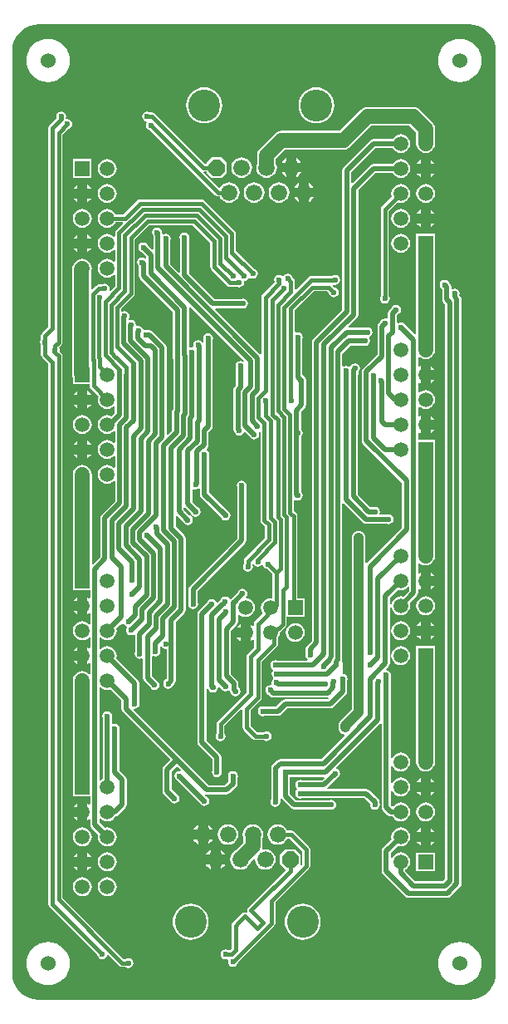
<source format=gbl>
G04 Layer_Physical_Order=2*
G04 Layer_Color=16776960*
%FSAX44Y44*%
%MOMM*%
G71*
G01*
G75*
%ADD23C,0.3810*%
%ADD24C,0.4000*%
%ADD25C,0.5080*%
%ADD26C,1.5000*%
%ADD27C,1.0000*%
%ADD29C,1.6764*%
%ADD30P,1.8145X8X22.5*%
%ADD31C,3.2500*%
%ADD32C,1.5000*%
%ADD33R,1.5000X1.5000*%
%ADD34C,1.5240*%
%ADD35C,0.6000*%
G36*
X00574174Y01196357D02*
X00578246Y01195379D01*
X00582115Y01193777D01*
X00585685Y01191589D01*
X00588869Y01188869D01*
X00591589Y01185685D01*
X00593777Y01182115D01*
X00595379Y01178246D01*
X00596357Y01174174D01*
X00596680Y01170070D01*
X00596666Y01170000D01*
Y00230000D01*
X00596680Y00229930D01*
X00596357Y00225826D01*
X00595379Y00221754D01*
X00593777Y00217885D01*
X00591589Y00214315D01*
X00588869Y00211131D01*
X00585685Y00208411D01*
X00582115Y00206223D01*
X00578246Y00204621D01*
X00574174Y00203643D01*
X00570070Y00203320D01*
X00570000Y00203334D01*
X00130000D01*
X00129930Y00203320D01*
X00125826Y00203643D01*
X00121754Y00204621D01*
X00117885Y00206223D01*
X00114315Y00208411D01*
X00111131Y00211131D01*
X00108411Y00214315D01*
X00106223Y00217885D01*
X00104621Y00221754D01*
X00103643Y00225826D01*
X00103320Y00229930D01*
X00103334Y00230000D01*
Y01170000D01*
X00103320Y01170070D01*
X00103643Y01174174D01*
X00104621Y01178246D01*
X00106223Y01182115D01*
X00108411Y01185685D01*
X00111131Y01188869D01*
X00114315Y01191589D01*
X00117885Y01193777D01*
X00121754Y01195379D01*
X00125826Y01196357D01*
X00129930Y01196680D01*
X00130000Y01196666D01*
X00570000D01*
X00570070Y01196680D01*
X00574174Y01196357D01*
D02*
G37*
%LPC*%
G36*
X00525000Y00563382D02*
X00524377Y00563300D01*
X00515500D01*
Y00554423D01*
X00515418Y00553800D01*
Y00445400D01*
X00515745Y00442920D01*
X00516702Y00440609D01*
X00518224Y00438624D01*
X00520209Y00437102D01*
X00522520Y00436144D01*
X00525000Y00435818D01*
X00527480Y00436144D01*
X00529791Y00437102D01*
X00531775Y00438624D01*
X00533298Y00440609D01*
X00534255Y00442920D01*
X00534582Y00445400D01*
Y00553800D01*
X00534500Y00554423D01*
Y00563300D01*
X00525623D01*
X00525000Y00563382D01*
D02*
G37*
G36*
X00530000Y00428796D02*
Y00425000D01*
X00533796D01*
X00533770Y00425063D01*
X00532161Y00427161D01*
X00530063Y00428770D01*
X00530000Y00428796D01*
D02*
G37*
G36*
X00520000Y00428796D02*
X00519937Y00428770D01*
X00517839Y00427161D01*
X00516230Y00425063D01*
X00516204Y00425000D01*
X00520000D01*
Y00428796D01*
D02*
G37*
G36*
X00499600Y00563382D02*
X00497120Y00563055D01*
X00494809Y00562098D01*
X00492825Y00560575D01*
X00491302Y00558591D01*
X00490345Y00556280D01*
X00490018Y00553800D01*
X00490345Y00551320D01*
X00491302Y00549009D01*
X00492825Y00547025D01*
X00494809Y00545502D01*
X00497120Y00544545D01*
X00499600Y00544218D01*
X00502080Y00544545D01*
X00504391Y00545502D01*
X00506375Y00547025D01*
X00507898Y00549009D01*
X00508855Y00551320D01*
X00509182Y00553800D01*
X00508855Y00556280D01*
X00507898Y00558591D01*
X00506375Y00560575D01*
X00504391Y00562098D01*
X00502080Y00563055D01*
X00499600Y00563382D01*
D02*
G37*
G36*
X00392100Y00586772D02*
X00389620Y00586446D01*
X00387309Y00585488D01*
X00385325Y00583965D01*
X00383802Y00581981D01*
X00382845Y00579670D01*
X00382518Y00577190D01*
X00382845Y00574710D01*
X00383802Y00572399D01*
X00385325Y00570415D01*
X00387309Y00568892D01*
X00389620Y00567935D01*
X00392100Y00567608D01*
X00394580Y00567935D01*
X00396891Y00568892D01*
X00398876Y00570415D01*
X00400398Y00572399D01*
X00401356Y00574710D01*
X00401682Y00577190D01*
X00401356Y00579670D01*
X00400398Y00581981D01*
X00398876Y00583965D01*
X00396891Y00585488D01*
X00394580Y00586446D01*
X00392100Y00586772D01*
D02*
G37*
G36*
X00170000Y00562596D02*
X00169937Y00562570D01*
X00167839Y00560961D01*
X00166230Y00558863D01*
X00166204Y00558800D01*
X00170000D01*
Y00562596D01*
D02*
G37*
G36*
Y00548800D02*
X00166204D01*
X00166230Y00548737D01*
X00167839Y00546639D01*
X00169937Y00545030D01*
X00170000Y00545004D01*
Y00548800D01*
D02*
G37*
G36*
X00525000Y00404182D02*
X00522520Y00403856D01*
X00520209Y00402898D01*
X00518224Y00401375D01*
X00516702Y00399391D01*
X00515745Y00397080D01*
X00515418Y00394600D01*
X00515745Y00392120D01*
X00516702Y00389809D01*
X00518224Y00387825D01*
X00520209Y00386302D01*
X00522520Y00385345D01*
X00525000Y00385018D01*
X00527480Y00385345D01*
X00529791Y00386302D01*
X00531775Y00387825D01*
X00533298Y00389809D01*
X00534255Y00392120D01*
X00534582Y00394600D01*
X00534255Y00397080D01*
X00533298Y00399391D01*
X00531775Y00401375D01*
X00529791Y00402898D01*
X00527480Y00403856D01*
X00525000Y00404182D01*
D02*
G37*
G36*
X00303130Y00381201D02*
Y00376450D01*
X00307881D01*
X00307670Y00376958D01*
X00305920Y00379240D01*
X00303638Y00380990D01*
X00303130Y00381201D01*
D02*
G37*
G36*
X00293130D02*
X00292622Y00380990D01*
X00290340Y00379240D01*
X00288590Y00376958D01*
X00288379Y00376450D01*
X00293130D01*
Y00381201D01*
D02*
G37*
G36*
X00170000Y00389600D02*
X00166204D01*
X00166230Y00389537D01*
X00167839Y00387439D01*
X00169937Y00385830D01*
X00170000Y00385804D01*
Y00389600D01*
D02*
G37*
G36*
X00533796Y00415000D02*
X00530000D01*
Y00411204D01*
X00530063Y00411230D01*
X00532161Y00412839D01*
X00533770Y00414937D01*
X00533796Y00415000D01*
D02*
G37*
G36*
X00520000D02*
X00516204D01*
X00516230Y00414937D01*
X00517839Y00412839D01*
X00519937Y00411230D01*
X00520000Y00411204D01*
Y00415000D01*
D02*
G37*
G36*
X00170000Y00403396D02*
X00169937Y00403370D01*
X00167839Y00401761D01*
X00166230Y00399663D01*
X00166204Y00399600D01*
X00170000D01*
Y00403396D01*
D02*
G37*
G36*
X00337490Y00732148D02*
X00335539Y00731760D01*
X00333885Y00730655D01*
X00332780Y00729001D01*
X00332392Y00727050D01*
X00332780Y00725099D01*
X00332861Y00724978D01*
Y00673087D01*
X00284687Y00624913D01*
X00283683Y00623411D01*
X00283331Y00621640D01*
X00283331Y00621640D01*
Y00608472D01*
X00283250Y00608351D01*
X00282862Y00606400D01*
X00283250Y00604449D01*
X00284355Y00602795D01*
X00286009Y00601690D01*
X00287960Y00601302D01*
X00289911Y00601690D01*
X00291565Y00602795D01*
X00292670Y00604449D01*
X00293058Y00606400D01*
X00292670Y00608351D01*
X00292589Y00608472D01*
Y00619723D01*
X00340763Y00667897D01*
X00340763Y00667897D01*
X00341767Y00669399D01*
X00342119Y00671170D01*
Y00724978D01*
X00342200Y00725099D01*
X00342588Y00727050D01*
X00342200Y00729001D01*
X00341095Y00730655D01*
X00339441Y00731760D01*
X00337490Y00732148D01*
D02*
G37*
G36*
X00170000Y00599600D02*
X00166204D01*
X00166230Y00599537D01*
X00167839Y00597439D01*
X00169937Y00595830D01*
X00170000Y00595804D01*
Y00599600D01*
D02*
G37*
G36*
X00525000Y00614182D02*
X00522520Y00613856D01*
X00520209Y00612898D01*
X00518224Y00611376D01*
X00516702Y00609391D01*
X00515745Y00607080D01*
X00515418Y00604600D01*
X00515745Y00602120D01*
X00516702Y00599809D01*
X00518224Y00597825D01*
X00520209Y00596302D01*
X00522520Y00595345D01*
X00525000Y00595018D01*
X00527480Y00595345D01*
X00529791Y00596302D01*
X00531775Y00597825D01*
X00533298Y00599809D01*
X00534255Y00602120D01*
X00534582Y00604600D01*
X00534255Y00607080D01*
X00533298Y00609391D01*
X00531775Y00611376D01*
X00529791Y00612898D01*
X00527480Y00613856D01*
X00525000Y00614182D01*
D02*
G37*
G36*
X00170000Y00613396D02*
X00169937Y00613370D01*
X00167839Y00611761D01*
X00166230Y00609663D01*
X00166204Y00609600D01*
X00170000D01*
Y00613396D01*
D02*
G37*
G36*
X00530000Y00638796D02*
Y00635000D01*
X00533796D01*
X00533770Y00635063D01*
X00532161Y00637161D01*
X00530063Y00638770D01*
X00530000Y00638796D01*
D02*
G37*
G36*
X00533796Y00625000D02*
X00530000D01*
Y00621204D01*
X00530063Y00621230D01*
X00532161Y00622839D01*
X00533770Y00624937D01*
X00533796Y00625000D01*
D02*
G37*
G36*
X00338380Y00622038D02*
X00336429Y00621650D01*
X00334775Y00620545D01*
X00333670Y00618891D01*
X00333642Y00618748D01*
X00327107Y00612213D01*
X00326618Y00611481D01*
X00326601Y00611465D01*
X00325036Y00611558D01*
X00324987Y00611594D01*
X00324445Y00612405D01*
X00322791Y00613510D01*
X00320840Y00613898D01*
X00318889Y00613510D01*
X00317236Y00612405D01*
X00316130Y00610751D01*
X00316102Y00610608D01*
X00316091Y00610598D01*
X00316085Y00610597D01*
X00314584Y00609593D01*
X00312941Y00607951D01*
X00311936Y00608256D01*
X00311650Y00608456D01*
X00310615Y00610005D01*
X00308961Y00611110D01*
X00307010Y00611498D01*
X00305059Y00611110D01*
X00303405Y00610005D01*
X00302300Y00608351D01*
X00302272Y00608208D01*
X00293577Y00599513D01*
X00292573Y00598011D01*
X00292221Y00596240D01*
X00292221Y00596240D01*
Y00465430D01*
X00292221Y00465430D01*
X00292573Y00463659D01*
X00293577Y00462157D01*
X00307461Y00448273D01*
Y00437022D01*
X00307380Y00436901D01*
X00306992Y00434950D01*
X00307380Y00432999D01*
X00308485Y00431345D01*
X00310139Y00430240D01*
X00312090Y00429852D01*
X00314041Y00430240D01*
X00315695Y00431345D01*
X00316800Y00432999D01*
X00317188Y00434950D01*
X00316800Y00436901D01*
X00316719Y00437022D01*
Y00450190D01*
X00316719Y00450190D01*
X00316367Y00451961D01*
X00315363Y00453463D01*
X00315363Y00453463D01*
X00301479Y00467347D01*
Y00520047D01*
X00302656Y00520778D01*
X00302749Y00520765D01*
X00303520Y00519612D01*
X00303570Y00519359D01*
X00304675Y00517705D01*
X00306329Y00516600D01*
X00308280Y00516212D01*
X00310231Y00516600D01*
X00311885Y00517705D01*
X00312990Y00519359D01*
X00313378Y00521310D01*
X00313246Y00521971D01*
X00314417Y00522597D01*
X00316242Y00520772D01*
X00316270Y00520629D01*
X00317375Y00518975D01*
X00319029Y00517870D01*
X00320980Y00517482D01*
X00322931Y00517870D01*
X00323900Y00518518D01*
X00325309Y00517947D01*
X00325473Y00517119D01*
X00326391Y00515745D01*
X00326430Y00515549D01*
X00327535Y00513895D01*
X00329189Y00512790D01*
X00331140Y00512402D01*
X00333091Y00512790D01*
X00334745Y00513895D01*
X00335850Y00515549D01*
X00336238Y00517500D01*
X00335850Y00519451D01*
X00334745Y00521105D01*
X00334379Y00521349D01*
Y00525240D01*
X00334379Y00525240D01*
X00334027Y00527011D01*
X00333023Y00528513D01*
X00326759Y00534777D01*
Y00579083D01*
X00332533Y00584857D01*
X00332533Y00584857D01*
X00333537Y00586359D01*
X00333889Y00588130D01*
Y00594701D01*
X00335159Y00595328D01*
X00336509Y00594292D01*
X00338820Y00593335D01*
X00341300Y00593008D01*
X00343780Y00593335D01*
X00346091Y00594292D01*
X00348075Y00595815D01*
X00349598Y00597799D01*
X00350555Y00600110D01*
X00350882Y00602590D01*
X00350555Y00605070D01*
X00349598Y00607381D01*
X00348075Y00609366D01*
X00346091Y00610888D01*
X00343780Y00611846D01*
X00342327Y00612037D01*
X00341985Y00613335D01*
X00343090Y00614989D01*
X00343478Y00616940D01*
X00343090Y00618891D01*
X00341985Y00620545D01*
X00340331Y00621650D01*
X00338380Y00622038D01*
D02*
G37*
G36*
X00520000Y00574200D02*
X00516204D01*
X00516230Y00574137D01*
X00517839Y00572039D01*
X00519937Y00570430D01*
X00520000Y00570404D01*
Y00574200D01*
D02*
G37*
G36*
X00499600Y00588782D02*
X00497120Y00588456D01*
X00494809Y00587498D01*
X00492825Y00585975D01*
X00491302Y00583991D01*
X00490345Y00581680D01*
X00490018Y00579200D01*
X00490345Y00576720D01*
X00491302Y00574409D01*
X00492825Y00572425D01*
X00494809Y00570902D01*
X00497120Y00569945D01*
X00499600Y00569618D01*
X00502080Y00569945D01*
X00504391Y00570902D01*
X00506375Y00572425D01*
X00507898Y00574409D01*
X00508855Y00576720D01*
X00509182Y00579200D01*
X00508855Y00581680D01*
X00507898Y00583991D01*
X00506375Y00585975D01*
X00504391Y00587498D01*
X00502080Y00588456D01*
X00499600Y00588782D01*
D02*
G37*
G36*
X00336300Y00572190D02*
X00332504D01*
X00332530Y00572127D01*
X00334139Y00570029D01*
X00336237Y00568420D01*
X00336300Y00568394D01*
Y00572190D01*
D02*
G37*
G36*
X00533796Y00574200D02*
X00530000D01*
Y00570404D01*
X00530063Y00570430D01*
X00532161Y00572039D01*
X00533770Y00574137D01*
X00533796Y00574200D01*
D02*
G37*
G36*
X00530000Y00587996D02*
Y00584200D01*
X00533796D01*
X00533770Y00584263D01*
X00532161Y00586361D01*
X00530063Y00587970D01*
X00530000Y00587996D01*
D02*
G37*
G36*
X00520000Y00587996D02*
X00519937Y00587970D01*
X00517839Y00586361D01*
X00516230Y00584263D01*
X00516204Y00584200D01*
X00520000D01*
Y00587996D01*
D02*
G37*
G36*
X00336300Y00585986D02*
X00336237Y00585960D01*
X00334139Y00584351D01*
X00332530Y00582253D01*
X00332504Y00582190D01*
X00336300D01*
Y00585986D01*
D02*
G37*
G36*
X00170000Y00338800D02*
X00166204D01*
X00166230Y00338737D01*
X00167839Y00336639D01*
X00169937Y00335030D01*
X00170000Y00335004D01*
Y00338800D01*
D02*
G37*
G36*
X00534500Y00353300D02*
X00515500D01*
Y00334300D01*
X00534500D01*
Y00353300D01*
D02*
G37*
G36*
X00200400Y00353382D02*
X00197920Y00353055D01*
X00195609Y00352098D01*
X00193625Y00350575D01*
X00192102Y00348591D01*
X00191145Y00346280D01*
X00190818Y00343800D01*
X00191145Y00341320D01*
X00192102Y00339009D01*
X00193625Y00337024D01*
X00195609Y00335502D01*
X00197920Y00334544D01*
X00200400Y00334218D01*
X00202880Y00334544D01*
X00205191Y00335502D01*
X00207176Y00337024D01*
X00208698Y00339009D01*
X00209655Y00341320D01*
X00209982Y00343800D01*
X00209655Y00346280D01*
X00208698Y00348591D01*
X00207176Y00350575D01*
X00205191Y00352098D01*
X00202880Y00353055D01*
X00200400Y00353382D01*
D02*
G37*
G36*
X00183796Y00338800D02*
X00180000D01*
Y00335004D01*
X00180063Y00335030D01*
X00182161Y00336639D01*
X00183770Y00338737D01*
X00183796Y00338800D01*
D02*
G37*
G36*
X00320581Y00341050D02*
X00315830D01*
Y00336299D01*
X00316338Y00336510D01*
X00318620Y00338260D01*
X00320370Y00340542D01*
X00320581Y00341050D01*
D02*
G37*
G36*
X00305830D02*
X00301079D01*
X00301290Y00340542D01*
X00303040Y00338260D01*
X00305322Y00336510D01*
X00305830Y00336299D01*
Y00341050D01*
D02*
G37*
G36*
X00348930Y00381922D02*
X00346220Y00381565D01*
X00343694Y00380519D01*
X00341525Y00378855D01*
X00339861Y00376686D01*
X00338815Y00374160D01*
X00338458Y00371450D01*
X00338815Y00368740D01*
X00339348Y00367453D01*
Y00363315D01*
X00331263Y00355230D01*
X00330994Y00355119D01*
X00328825Y00353455D01*
X00327161Y00351286D01*
X00326115Y00348760D01*
X00325758Y00346050D01*
X00326115Y00343340D01*
X00327161Y00340814D01*
X00328825Y00338646D01*
X00330994Y00336981D01*
X00333520Y00335935D01*
X00336230Y00335578D01*
X00338940Y00335935D01*
X00341466Y00336981D01*
X00343634Y00338646D01*
X00345299Y00340814D01*
X00346253Y00343118D01*
X00350061Y00346926D01*
X00351200Y00346364D01*
X00351158Y00346050D01*
X00351515Y00343340D01*
X00352561Y00340814D01*
X00354226Y00338646D01*
X00356394Y00336981D01*
X00358920Y00335935D01*
X00361630Y00335578D01*
X00364340Y00335935D01*
X00366866Y00336981D01*
X00369035Y00338646D01*
X00370699Y00340814D01*
X00371745Y00343340D01*
X00372102Y00346050D01*
X00371745Y00348760D01*
X00370699Y00351286D01*
X00369035Y00353455D01*
X00366866Y00355119D01*
X00364340Y00356165D01*
X00361630Y00356522D01*
X00359290Y00356213D01*
X00358901Y00356443D01*
X00358497Y00356840D01*
X00358237Y00357257D01*
X00358512Y00359346D01*
Y00367453D01*
X00359045Y00368740D01*
X00359402Y00371450D01*
X00359045Y00374160D01*
X00357999Y00376686D01*
X00356334Y00378855D01*
X00354166Y00380519D01*
X00351640Y00381565D01*
X00348930Y00381922D01*
D02*
G37*
G36*
X00153340Y01108068D02*
X00151389Y01107680D01*
X00149735Y01106575D01*
X00148630Y01104921D01*
X00148242Y01102970D01*
X00148575Y01101296D01*
X00141635Y01094355D01*
X00140772Y01093064D01*
X00140469Y01091540D01*
Y00888719D01*
X00134015Y00882265D01*
X00133152Y00880974D01*
X00132849Y00879450D01*
Y00876141D01*
X00132120Y00875051D01*
X00131732Y00873100D01*
X00132120Y00871149D01*
X00132849Y00870059D01*
Y00860400D01*
X00133152Y00858876D01*
X00134015Y00857585D01*
X00140469Y00851131D01*
Y00300330D01*
X00140772Y00298806D01*
X00141635Y00297515D01*
X00190284Y00248865D01*
X00190540Y00247579D01*
X00191645Y00245925D01*
X00193299Y00244820D01*
X00195250Y00244432D01*
X00197201Y00244820D01*
X00198855Y00245925D01*
X00199960Y00247579D01*
X00200181Y00248692D01*
X00201559Y00249110D01*
X00212845Y00237825D01*
X00214137Y00236962D01*
X00215660Y00236658D01*
X00218879D01*
X00219969Y00235930D01*
X00221920Y00235542D01*
X00223871Y00235930D01*
X00225525Y00237035D01*
X00226630Y00238689D01*
X00227018Y00240640D01*
X00226630Y00242591D01*
X00225525Y00244245D01*
X00223871Y00245350D01*
X00221920Y00245738D01*
X00219969Y00245350D01*
X00218879Y00244622D01*
X00217309D01*
X00154782Y00307149D01*
Y00859130D01*
X00154478Y00860654D01*
X00153615Y00861945D01*
X00151966Y00863595D01*
X00152088Y00864210D01*
X00151700Y00866161D01*
X00150971Y00867251D01*
Y00867641D01*
X00153615Y00870285D01*
X00154478Y00871576D01*
X00154782Y00873100D01*
Y01084811D01*
X00160355Y01090384D01*
X00161641Y01090640D01*
X00163295Y01091745D01*
X00164400Y01093399D01*
X00164788Y01095350D01*
X00164400Y01097301D01*
X00163295Y01098955D01*
X00161641Y01100060D01*
X00159690Y01100448D01*
X00159110Y01100332D01*
X00158829Y01100514D01*
X00158132Y01101433D01*
X00158438Y01102970D01*
X00158050Y01104921D01*
X00156945Y01106575D01*
X00155291Y01107680D01*
X00153340Y01108068D01*
D02*
G37*
G36*
X00560000Y00262106D02*
X00555687Y00261682D01*
X00551540Y00260424D01*
X00547718Y00258381D01*
X00544368Y00255632D01*
X00541619Y00252282D01*
X00539576Y00248460D01*
X00538318Y00244313D01*
X00537894Y00240000D01*
X00538318Y00235687D01*
X00539576Y00231540D01*
X00541619Y00227718D01*
X00544368Y00224368D01*
X00547718Y00221619D01*
X00551540Y00219576D01*
X00555687Y00218318D01*
X00560000Y00217894D01*
X00564313Y00218318D01*
X00568460Y00219576D01*
X00572282Y00221619D01*
X00575632Y00224368D01*
X00578381Y00227718D01*
X00580424Y00231540D01*
X00581682Y00235687D01*
X00582106Y00240000D01*
X00581682Y00244313D01*
X00580424Y00248460D01*
X00578381Y00252282D01*
X00575632Y00255632D01*
X00572282Y00258381D01*
X00568460Y00260424D01*
X00564313Y00261682D01*
X00560000Y00262106D01*
D02*
G37*
G36*
X00140000D02*
X00135687Y00261682D01*
X00131540Y00260424D01*
X00127718Y00258381D01*
X00124368Y00255632D01*
X00121619Y00252282D01*
X00119576Y00248460D01*
X00118318Y00244313D01*
X00117894Y00240000D01*
X00118318Y00235687D01*
X00119576Y00231540D01*
X00121619Y00227718D01*
X00124368Y00224368D01*
X00127718Y00221619D01*
X00131540Y00219576D01*
X00135687Y00218318D01*
X00140000Y00217894D01*
X00144313Y00218318D01*
X00148460Y00219576D01*
X00152282Y00221619D01*
X00155632Y00224368D01*
X00158381Y00227718D01*
X00160424Y00231540D01*
X00161682Y00235687D01*
X00162106Y00240000D01*
X00161682Y00244313D01*
X00160424Y00248460D01*
X00158381Y00252282D01*
X00155632Y00255632D01*
X00152282Y00258381D01*
X00148460Y00260424D01*
X00144313Y00261682D01*
X00140000Y00262106D01*
D02*
G37*
G36*
X00285410Y00300888D02*
X00281832Y00300536D01*
X00278392Y00299492D01*
X00275222Y00297798D01*
X00272443Y00295517D01*
X00270162Y00292738D01*
X00268468Y00289568D01*
X00267424Y00286128D01*
X00267072Y00282550D01*
X00267424Y00278972D01*
X00268468Y00275532D01*
X00270162Y00272362D01*
X00272443Y00269583D01*
X00275222Y00267302D01*
X00278392Y00265608D01*
X00281832Y00264564D01*
X00285410Y00264212D01*
X00288988Y00264564D01*
X00292428Y00265608D01*
X00295598Y00267302D01*
X00298377Y00269583D01*
X00300658Y00272362D01*
X00302352Y00275532D01*
X00303396Y00278972D01*
X00303748Y00282550D01*
X00303396Y00286128D01*
X00302352Y00289568D01*
X00300658Y00292738D01*
X00298377Y00295517D01*
X00295598Y00297798D01*
X00292428Y00299492D01*
X00288988Y00300536D01*
X00285410Y00300888D01*
D02*
G37*
G36*
X00200400Y00327982D02*
X00197920Y00327655D01*
X00195609Y00326698D01*
X00193625Y00325175D01*
X00192102Y00323191D01*
X00191145Y00320880D01*
X00190818Y00318400D01*
X00191145Y00315920D01*
X00192102Y00313609D01*
X00193625Y00311625D01*
X00195609Y00310102D01*
X00197920Y00309144D01*
X00200400Y00308818D01*
X00202880Y00309144D01*
X00205191Y00310102D01*
X00207176Y00311625D01*
X00208698Y00313609D01*
X00209655Y00315920D01*
X00209982Y00318400D01*
X00209655Y00320880D01*
X00208698Y00323191D01*
X00207176Y00325175D01*
X00205191Y00326698D01*
X00202880Y00327655D01*
X00200400Y00327982D01*
D02*
G37*
G36*
X00175000D02*
X00172520Y00327655D01*
X00170209Y00326698D01*
X00168225Y00325175D01*
X00166702Y00323191D01*
X00165745Y00320880D01*
X00165418Y00318400D01*
X00165745Y00315920D01*
X00166702Y00313609D01*
X00168225Y00311625D01*
X00170209Y00310102D01*
X00172520Y00309144D01*
X00175000Y00308818D01*
X00177480Y00309144D01*
X00179791Y00310102D01*
X00181775Y00311625D01*
X00183298Y00313609D01*
X00184256Y00315920D01*
X00184582Y00318400D01*
X00184256Y00320880D01*
X00183298Y00323191D01*
X00181775Y00325175D01*
X00179791Y00326698D01*
X00177480Y00327655D01*
X00175000Y00327982D01*
D02*
G37*
G36*
X00399730Y00300888D02*
X00396152Y00300536D01*
X00392712Y00299492D01*
X00389542Y00297798D01*
X00386763Y00295517D01*
X00384482Y00292738D01*
X00382788Y00289568D01*
X00381744Y00286128D01*
X00381392Y00282550D01*
X00381744Y00278972D01*
X00382788Y00275532D01*
X00384482Y00272362D01*
X00386763Y00269583D01*
X00389542Y00267302D01*
X00392712Y00265608D01*
X00396152Y00264564D01*
X00399730Y00264212D01*
X00403308Y00264564D01*
X00406748Y00265608D01*
X00409918Y00267302D01*
X00412697Y00269583D01*
X00414978Y00272362D01*
X00416672Y00275532D01*
X00417716Y00278972D01*
X00418068Y00282550D01*
X00417716Y00286128D01*
X00416672Y00289568D01*
X00414978Y00292738D01*
X00412697Y00295517D01*
X00409918Y00297798D01*
X00406748Y00299492D01*
X00403308Y00300536D01*
X00399730Y00300888D01*
D02*
G37*
G36*
X00323530Y00381922D02*
X00320820Y00381565D01*
X00318294Y00380519D01*
X00316126Y00378855D01*
X00314461Y00376686D01*
X00313415Y00374160D01*
X00313058Y00371450D01*
X00313415Y00368740D01*
X00314461Y00366214D01*
X00316126Y00364046D01*
X00318294Y00362381D01*
X00320820Y00361335D01*
X00323530Y00360979D01*
X00326240Y00361335D01*
X00328766Y00362381D01*
X00330934Y00364046D01*
X00332599Y00366214D01*
X00333645Y00368740D01*
X00334002Y00371450D01*
X00333645Y00374160D01*
X00332599Y00376686D01*
X00330934Y00378855D01*
X00328766Y00380519D01*
X00326240Y00381565D01*
X00323530Y00381922D01*
D02*
G37*
G36*
X00533796Y00364200D02*
X00530000D01*
Y00360404D01*
X00530063Y00360430D01*
X00532161Y00362039D01*
X00533770Y00364137D01*
X00533796Y00364200D01*
D02*
G37*
G36*
X00520000D02*
X00516204D01*
X00516230Y00364137D01*
X00517839Y00362039D01*
X00519937Y00360430D01*
X00520000Y00360404D01*
Y00364200D01*
D02*
G37*
G36*
X00293130Y00366450D02*
X00288379D01*
X00288590Y00365942D01*
X00290340Y00363660D01*
X00292622Y00361910D01*
X00293130Y00361699D01*
Y00366450D01*
D02*
G37*
G36*
X00530000Y00377996D02*
Y00374200D01*
X00533796D01*
X00533770Y00374263D01*
X00532161Y00376361D01*
X00530063Y00377970D01*
X00530000Y00377996D01*
D02*
G37*
G36*
X00520000Y00377996D02*
X00519937Y00377970D01*
X00517839Y00376361D01*
X00516230Y00374263D01*
X00516204Y00374200D01*
X00520000D01*
Y00377996D01*
D02*
G37*
G36*
X00307881Y00366450D02*
X00303130D01*
Y00361699D01*
X00303638Y00361910D01*
X00305920Y00363660D01*
X00307670Y00365942D01*
X00307881Y00366450D01*
D02*
G37*
G36*
X00180000Y00352596D02*
Y00348800D01*
X00183796D01*
X00183770Y00348863D01*
X00182161Y00350961D01*
X00180063Y00352570D01*
X00180000Y00352596D01*
D02*
G37*
G36*
X00170000D02*
X00169937Y00352570D01*
X00167839Y00350961D01*
X00166230Y00348863D01*
X00166204Y00348800D01*
X00170000D01*
Y00352596D01*
D02*
G37*
G36*
X00374330Y00381922D02*
X00371620Y00381565D01*
X00369094Y00380519D01*
X00366926Y00378855D01*
X00365261Y00376686D01*
X00364215Y00374160D01*
X00363858Y00371450D01*
X00364215Y00368740D01*
X00365261Y00366214D01*
X00366926Y00364046D01*
X00369094Y00362381D01*
X00371620Y00361335D01*
X00374330Y00360979D01*
X00377040Y00361335D01*
X00379566Y00362381D01*
X00381735Y00364046D01*
X00383399Y00366214D01*
X00383882Y00367382D01*
X00386728D01*
X00399548Y00354561D01*
Y00341349D01*
X00398416Y00340217D01*
X00397412Y00341009D01*
Y00351241D01*
X00392221Y00356432D01*
X00381839D01*
X00376648Y00351241D01*
Y00340859D01*
X00381839Y00335668D01*
X00382014Y00335245D01*
X00349915Y00303145D01*
X00349915Y00303145D01*
X00344040Y00297271D01*
X00344040Y00297271D01*
X00343177Y00295979D01*
X00342874Y00294455D01*
X00343177Y00292932D01*
X00343516Y00292424D01*
X00342601Y00291509D01*
X00342093Y00291848D01*
X00340569Y00292151D01*
X00339046Y00291848D01*
X00337754Y00290985D01*
X00331468Y00284699D01*
X00331468Y00284698D01*
X00328325Y00281555D01*
X00327462Y00280264D01*
X00327159Y00278740D01*
Y00255079D01*
X00325591Y00253512D01*
X00324021D01*
X00322931Y00254240D01*
X00320980Y00254628D01*
X00319029Y00254240D01*
X00317375Y00253135D01*
X00316270Y00251481D01*
X00315882Y00249530D01*
X00316270Y00247579D01*
X00317375Y00245925D01*
X00319029Y00244820D01*
X00320980Y00244432D01*
X00322931Y00244820D01*
X00323062Y00244908D01*
X00323978Y00243992D01*
X00323890Y00243861D01*
X00323502Y00241910D01*
X00323890Y00239959D01*
X00324995Y00238305D01*
X00326649Y00237200D01*
X00328600Y00236812D01*
X00330551Y00237200D01*
X00332205Y00238305D01*
X00333310Y00239959D01*
X00333566Y00241245D01*
X00370785Y00278465D01*
X00371648Y00279756D01*
X00371951Y00281280D01*
Y00302491D01*
X00406345Y00336885D01*
X00407208Y00338176D01*
X00407511Y00339700D01*
Y00356210D01*
X00407208Y00357734D01*
X00406345Y00359025D01*
X00391192Y00374178D01*
X00389901Y00375042D01*
X00388377Y00375345D01*
X00383954D01*
X00383399Y00376686D01*
X00381735Y00378855D01*
X00379566Y00380519D01*
X00377040Y00381565D01*
X00374330Y00381922D01*
D02*
G37*
G36*
X00305830Y00355801D02*
X00305322Y00355590D01*
X00303040Y00353840D01*
X00301290Y00351558D01*
X00301079Y00351050D01*
X00305830D01*
Y00355801D01*
D02*
G37*
G36*
X00544440Y00936618D02*
X00542489Y00936230D01*
X00540835Y00935125D01*
X00539730Y00933471D01*
X00539342Y00931520D01*
X00539730Y00929569D01*
X00540835Y00927915D01*
X00541991Y00927143D01*
Y00916460D01*
X00541991Y00916460D01*
X00542343Y00914688D01*
X00543347Y00913187D01*
X00544831Y00911702D01*
Y00326257D01*
X00542583Y00324009D01*
X00514667D01*
X00504415Y00334261D01*
X00504410Y00334501D01*
X00504517Y00335598D01*
X00506375Y00337024D01*
X00507898Y00339009D01*
X00508855Y00341320D01*
X00509182Y00343800D01*
X00508855Y00346280D01*
X00507898Y00348591D01*
X00506375Y00350575D01*
X00504391Y00352098D01*
X00502080Y00353055D01*
X00499600Y00353382D01*
X00497120Y00353055D01*
X00494809Y00352098D01*
X00492825Y00350575D01*
X00491302Y00348591D01*
X00490709Y00347160D01*
X00489439Y00347412D01*
Y00352493D01*
X00496958Y00360012D01*
X00497120Y00359944D01*
X00499600Y00359618D01*
X00502080Y00359944D01*
X00504391Y00360902D01*
X00506375Y00362425D01*
X00507898Y00364409D01*
X00508855Y00366720D01*
X00509182Y00369200D01*
X00508855Y00371680D01*
X00507898Y00373991D01*
X00506375Y00375975D01*
X00504391Y00377498D01*
X00502080Y00378456D01*
X00499600Y00378782D01*
X00497120Y00378456D01*
X00494809Y00377498D01*
X00492825Y00375975D01*
X00491302Y00373991D01*
X00490345Y00371680D01*
X00490018Y00369200D01*
X00490345Y00366720D01*
X00490412Y00366558D01*
X00481537Y00357683D01*
X00480533Y00356181D01*
X00480181Y00354410D01*
X00480181Y00354410D01*
Y00334620D01*
X00480181Y00334620D01*
X00480533Y00332849D01*
X00481537Y00331347D01*
X00504357Y00308527D01*
X00504357Y00308527D01*
X00505859Y00307523D01*
X00507630Y00307171D01*
X00507630Y00307171D01*
X00547640D01*
X00547640Y00307171D01*
X00549411Y00307523D01*
X00550913Y00308527D01*
X00560313Y00317927D01*
X00560313Y00317927D01*
X00561317Y00319429D01*
X00561669Y00321200D01*
X00561669Y00321200D01*
Y00916759D01*
X00561669Y00916759D01*
X00561317Y00918531D01*
X00560313Y00920033D01*
X00560313Y00920033D01*
X00559419Y00920927D01*
X00559758Y00922630D01*
X00559370Y00924581D01*
X00558265Y00926235D01*
X00556611Y00927340D01*
X00554660Y00927728D01*
X00552709Y00927340D01*
X00552369Y00927113D01*
X00551249Y00927711D01*
Y00929340D01*
X00551249Y00929340D01*
X00550897Y00931112D01*
X00549893Y00932613D01*
X00549893Y00932614D01*
X00549179Y00933328D01*
X00549150Y00933471D01*
X00548045Y00935125D01*
X00546391Y00936230D01*
X00544440Y00936618D01*
D02*
G37*
G36*
X00175000Y00378782D02*
X00172520Y00378456D01*
X00170209Y00377498D01*
X00168225Y00375975D01*
X00166702Y00373991D01*
X00165745Y00371680D01*
X00165418Y00369200D01*
X00165745Y00366720D01*
X00166702Y00364409D01*
X00168225Y00362425D01*
X00170209Y00360902D01*
X00172520Y00359944D01*
X00175000Y00359618D01*
X00177480Y00359944D01*
X00179791Y00360902D01*
X00181775Y00362425D01*
X00183298Y00364409D01*
X00184256Y00366720D01*
X00184582Y00369200D01*
X00184256Y00371680D01*
X00183298Y00373991D01*
X00181775Y00375975D01*
X00179791Y00377498D01*
X00177480Y00378456D01*
X00175000Y00378782D01*
D02*
G37*
G36*
X00315830Y00355801D02*
Y00351050D01*
X00320581D01*
X00320370Y00351558D01*
X00318620Y00353840D01*
X00316338Y00355590D01*
X00315830Y00355801D01*
D02*
G37*
G36*
X00170000Y00758800D02*
X00166204D01*
X00166230Y00758737D01*
X00167839Y00756639D01*
X00169937Y00755030D01*
X00170000Y00755004D01*
Y00758800D01*
D02*
G37*
G36*
X00405980Y01035251D02*
Y01030500D01*
X00410731D01*
X00410520Y01031008D01*
X00408770Y01033290D01*
X00406488Y01035040D01*
X00405980Y01035251D01*
D02*
G37*
G36*
X00395980D02*
X00395472Y01035040D01*
X00393190Y01033290D01*
X00391440Y01031008D01*
X00391229Y01030500D01*
X00395980D01*
Y01035251D01*
D02*
G37*
G36*
X00180000Y01033396D02*
Y01029600D01*
X00183796D01*
X00183770Y01029663D01*
X00182161Y01031761D01*
X00180063Y01033370D01*
X00180000Y01033396D01*
D02*
G37*
G36*
X00200400Y01059582D02*
X00197920Y01059255D01*
X00195609Y01058298D01*
X00193625Y01056775D01*
X00192102Y01054791D01*
X00191145Y01052480D01*
X00190818Y01050000D01*
X00191145Y01047520D01*
X00192102Y01045209D01*
X00193625Y01043224D01*
X00195609Y01041702D01*
X00197920Y01040744D01*
X00200400Y01040418D01*
X00202880Y01040744D01*
X00205191Y01041702D01*
X00207176Y01043224D01*
X00208698Y01045209D01*
X00209655Y01047520D01*
X00209982Y01050000D01*
X00209655Y01052480D01*
X00208698Y01054791D01*
X00207176Y01056775D01*
X00205191Y01058298D01*
X00202880Y01059255D01*
X00200400Y01059582D01*
D02*
G37*
G36*
X00240970Y01108068D02*
X00239019Y01107680D01*
X00237365Y01106575D01*
X00236260Y01104921D01*
X00235872Y01102970D01*
X00236260Y01101019D01*
X00237365Y01099365D01*
X00239019Y01098260D01*
X00239967Y01098072D01*
X00240551Y01096661D01*
X00240070Y01095941D01*
X00239682Y01093990D01*
X00240070Y01092039D01*
X00241175Y01090385D01*
X00242829Y01089280D01*
X00244115Y01089024D01*
X00310455Y01022685D01*
X00311746Y01021822D01*
X00313270Y01021518D01*
X00315192D01*
X00315711Y01020264D01*
X00317376Y01018095D01*
X00319544Y01016431D01*
X00322070Y01015385D01*
X00324780Y01015028D01*
X00327490Y01015385D01*
X00330016Y01016431D01*
X00332184Y01018095D01*
X00333849Y01020264D01*
X00334895Y01022790D01*
X00335252Y01025500D01*
X00334895Y01028210D01*
X00333849Y01030736D01*
X00332184Y01032905D01*
X00330016Y01034569D01*
X00327490Y01035615D01*
X00324780Y01035972D01*
X00322070Y01035615D01*
X00319544Y01034569D01*
X00317376Y01032905D01*
X00315711Y01030736D01*
X00315638Y01030558D01*
X00314140Y01030261D01*
X00298752Y01045648D01*
X00299278Y01046918D01*
X00301698D01*
Y01045709D01*
X00306889Y01040518D01*
X00317271D01*
X00322462Y01045709D01*
Y01056091D01*
X00317271Y01061282D01*
X00306889D01*
X00301698Y01056091D01*
Y01054882D01*
X00300048D01*
X00249144Y01105785D01*
X00247852Y01106648D01*
X00246329Y01106952D01*
X00244011D01*
X00242921Y01107680D01*
X00240970Y01108068D01*
D02*
G37*
G36*
X00184500Y01059500D02*
X00165500D01*
Y01040500D01*
X00184500D01*
Y01059500D01*
D02*
G37*
G36*
X00337480Y01061372D02*
X00334770Y01061015D01*
X00332244Y01059969D01*
X00330075Y01058305D01*
X00328411Y01056136D01*
X00327365Y01053610D01*
X00327008Y01050900D01*
X00327365Y01048190D01*
X00328411Y01045664D01*
X00330075Y01043495D01*
X00332244Y01041831D01*
X00334770Y01040785D01*
X00337480Y01040428D01*
X00340190Y01040785D01*
X00342716Y01041831D01*
X00344884Y01043495D01*
X00346549Y01045664D01*
X00347595Y01048190D01*
X00347952Y01050900D01*
X00347595Y01053610D01*
X00346549Y01056136D01*
X00344884Y01058305D01*
X00342716Y01059969D01*
X00340190Y01061015D01*
X00337480Y01061372D01*
D02*
G37*
G36*
X00395980Y01020500D02*
X00391229D01*
X00391440Y01019992D01*
X00393190Y01017710D01*
X00395472Y01015960D01*
X00395980Y01015749D01*
Y01020500D01*
D02*
G37*
G36*
X00375580Y01035972D02*
X00372870Y01035615D01*
X00370344Y01034569D01*
X00368176Y01032905D01*
X00366511Y01030736D01*
X00365465Y01028210D01*
X00365108Y01025500D01*
X00365465Y01022790D01*
X00366511Y01020264D01*
X00368176Y01018095D01*
X00370344Y01016431D01*
X00372870Y01015385D01*
X00375580Y01015028D01*
X00378290Y01015385D01*
X00380816Y01016431D01*
X00382985Y01018095D01*
X00384649Y01020264D01*
X00385695Y01022790D01*
X00386052Y01025500D01*
X00385695Y01028210D01*
X00384649Y01030736D01*
X00382985Y01032905D01*
X00380816Y01034569D01*
X00378290Y01035615D01*
X00375580Y01035972D01*
D02*
G37*
G36*
X00350180D02*
X00347470Y01035615D01*
X00344944Y01034569D01*
X00342775Y01032905D01*
X00341111Y01030736D01*
X00340065Y01028210D01*
X00339708Y01025500D01*
X00340065Y01022790D01*
X00341111Y01020264D01*
X00342775Y01018095D01*
X00344944Y01016431D01*
X00347470Y01015385D01*
X00350180Y01015028D01*
X00352890Y01015385D01*
X00355416Y01016431D01*
X00357584Y01018095D01*
X00359249Y01020264D01*
X00360295Y01022790D01*
X00360652Y01025500D01*
X00360295Y01028210D01*
X00359249Y01030736D01*
X00357584Y01032905D01*
X00355416Y01034569D01*
X00352890Y01035615D01*
X00350180Y01035972D01*
D02*
G37*
G36*
X00410731Y01020500D02*
X00405980D01*
Y01015749D01*
X00406488Y01015960D01*
X00408770Y01017710D01*
X00410520Y01019992D01*
X00410731Y01020500D01*
D02*
G37*
G36*
X00170000Y01033396D02*
X00169937Y01033370D01*
X00167839Y01031761D01*
X00166230Y01029663D01*
X00166204Y01029600D01*
X00170000D01*
Y01033396D01*
D02*
G37*
G36*
X00183796Y01019600D02*
X00180000D01*
Y01015804D01*
X00180063Y01015830D01*
X00182161Y01017439D01*
X00183770Y01019537D01*
X00183796Y01019600D01*
D02*
G37*
G36*
X00170000D02*
X00166204D01*
X00166230Y01019537D01*
X00167839Y01017439D01*
X00169937Y01015830D01*
X00170000Y01015804D01*
Y01019600D01*
D02*
G37*
G36*
X00512750Y01112552D02*
X00465760D01*
X00463280Y01112225D01*
X00460969Y01111268D01*
X00458985Y01109745D01*
X00437661Y01088422D01*
X00378130D01*
X00375650Y01088095D01*
X00373339Y01087138D01*
X00371354Y01085615D01*
X00356105Y01070365D01*
X00354582Y01068381D01*
X00353624Y01066070D01*
X00353298Y01063590D01*
Y01054897D01*
X00352765Y01053610D01*
X00352408Y01050900D01*
X00352765Y01048190D01*
X00353811Y01045664D01*
X00355476Y01043495D01*
X00357644Y01041831D01*
X00360170Y01040785D01*
X00362880Y01040428D01*
X00365590Y01040785D01*
X00368116Y01041831D01*
X00370285Y01043495D01*
X00371949Y01045664D01*
X00372995Y01048190D01*
X00373352Y01050900D01*
X00372995Y01053610D01*
X00372462Y01054897D01*
Y01059621D01*
X00382099Y01069258D01*
X00441630D01*
X00444110Y01069585D01*
X00446421Y01070542D01*
X00448405Y01072065D01*
X00469729Y01093388D01*
X00508781D01*
X00515418Y01086751D01*
Y01075400D01*
X00515745Y01072920D01*
X00516702Y01070609D01*
X00518224Y01068625D01*
X00520209Y01067102D01*
X00522520Y01066145D01*
X00525000Y01065818D01*
X00527480Y01066145D01*
X00529791Y01067102D01*
X00531775Y01068625D01*
X00533298Y01070609D01*
X00534255Y01072920D01*
X00534582Y01075400D01*
Y01090720D01*
X00534255Y01093200D01*
X00533298Y01095511D01*
X00531775Y01097495D01*
X00519525Y01109745D01*
X00517541Y01111268D01*
X00515230Y01112225D01*
X00512750Y01112552D01*
D02*
G37*
G36*
X00499600Y01084982D02*
X00497120Y01084656D01*
X00494809Y01083698D01*
X00492825Y01082176D01*
X00491302Y01080191D01*
X00491235Y01080029D01*
X00472000D01*
X00470229Y01079677D01*
X00468727Y01078673D01*
X00468727Y01078673D01*
X00441437Y01051383D01*
X00440433Y01049881D01*
X00440081Y01048110D01*
X00440081Y01048110D01*
Y00905890D01*
X00410537Y00876346D01*
X00409533Y00874844D01*
X00409181Y00873073D01*
X00409181Y00873073D01*
Y00569067D01*
X00404067Y00563953D01*
X00403063Y00562451D01*
X00402711Y00560680D01*
X00402711Y00560680D01*
Y00556402D01*
X00402630Y00556281D01*
X00402242Y00554330D01*
X00402630Y00552379D01*
X00403735Y00550725D01*
X00404717Y00550069D01*
X00404332Y00548799D01*
X00373852D01*
X00373731Y00548880D01*
X00371780Y00549268D01*
X00369829Y00548880D01*
X00368175Y00547775D01*
X00367070Y00546121D01*
X00366682Y00544170D01*
X00367070Y00542219D01*
X00368175Y00540565D01*
X00368925Y00540064D01*
X00369445Y00538885D01*
X00369178Y00538484D01*
X00368340Y00537231D01*
X00367952Y00535280D01*
X00368340Y00533329D01*
X00369445Y00531675D01*
X00369752Y00531470D01*
Y00530200D01*
X00369445Y00529995D01*
X00368340Y00528341D01*
X00367952Y00526390D01*
X00368258Y00524853D01*
X00367561Y00523934D01*
X00367280Y00523753D01*
X00366700Y00523868D01*
X00364749Y00523480D01*
X00363095Y00522375D01*
X00361990Y00520721D01*
X00361602Y00518770D01*
X00361990Y00516819D01*
X00363095Y00515165D01*
X00364749Y00514060D01*
X00364892Y00514032D01*
X00366387Y00512537D01*
X00366387Y00512537D01*
X00367888Y00511533D01*
X00369660Y00511181D01*
X00425060D01*
X00425060Y00511181D01*
X00425327Y00511234D01*
X00426040Y00510081D01*
X00425535Y00509429D01*
X00381940D01*
X00381940Y00509429D01*
X00380169Y00509077D01*
X00378667Y00508073D01*
X00372403Y00501809D01*
X00361152D01*
X00361031Y00501890D01*
X00359080Y00502278D01*
X00357129Y00501890D01*
X00355475Y00500785D01*
X00354370Y00499131D01*
X00353982Y00497180D01*
X00354370Y00495229D01*
X00355475Y00493575D01*
X00357129Y00492470D01*
X00359080Y00492082D01*
X00361031Y00492470D01*
X00361152Y00492551D01*
X00374320D01*
X00374320Y00492551D01*
X00376091Y00492903D01*
X00377593Y00493907D01*
X00383857Y00500171D01*
X00427660D01*
X00427660Y00500171D01*
X00429431Y00500523D01*
X00430933Y00501527D01*
X00443633Y00514227D01*
X00443633Y00514227D01*
X00444637Y00515729D01*
X00444989Y00517500D01*
X00444989Y00517500D01*
Y00528128D01*
X00445070Y00528249D01*
X00445458Y00530200D01*
X00445070Y00532151D01*
X00443965Y00533805D01*
X00442311Y00534910D01*
X00440360Y00535298D01*
Y00541457D01*
X00440360Y00541457D01*
X00440360D01*
X00440360Y00546709D01*
X00440360Y00546710D01*
X00440211Y00546885D01*
X00439926Y00547480D01*
X00439872Y00547613D01*
X00439798Y00547801D01*
X00439747Y00547963D01*
X00439873Y00548601D01*
X00440099Y00549735D01*
Y00558302D01*
X00440179Y00558705D01*
X00440179Y00558705D01*
Y00708729D01*
X00441449Y00709255D01*
X00461217Y00689487D01*
X00461217Y00689487D01*
X00462719Y00688483D01*
X00464490Y00688131D01*
X00464490Y00688131D01*
X00485278D01*
X00485399Y00688050D01*
X00487350Y00687662D01*
X00489301Y00688050D01*
X00490955Y00689155D01*
X00492060Y00690809D01*
X00492448Y00692760D01*
X00492060Y00694711D01*
X00490955Y00696365D01*
X00489301Y00697470D01*
X00487350Y00697858D01*
X00485399Y00697470D01*
X00485278Y00697389D01*
X00478806D01*
X00478136Y00698659D01*
X00478478Y00700380D01*
X00478090Y00702331D01*
X00476985Y00703985D01*
X00475331Y00705090D01*
X00473380Y00705478D01*
X00471429Y00705090D01*
X00471308Y00705009D01*
X00468947D01*
X00455879Y00718077D01*
Y00838834D01*
X00455987Y00838995D01*
X00456339Y00840767D01*
Y00842607D01*
X00456665Y00842825D01*
X00457770Y00844479D01*
X00458158Y00846430D01*
X00457770Y00848381D01*
X00456665Y00850035D01*
X00455011Y00851140D01*
X00453060Y00851528D01*
X00451109Y00851140D01*
X00449455Y00850035D01*
X00448350Y00848381D01*
X00447790Y00848158D01*
X00446780Y00848159D01*
X00446121Y00848600D01*
X00444170Y00848988D01*
X00442219Y00848600D01*
X00441449Y00848085D01*
X00440179Y00848764D01*
Y00861293D01*
X00448627Y00869741D01*
X00461148D01*
X00461269Y00869660D01*
X00463220Y00869272D01*
X00465171Y00869660D01*
X00466825Y00870765D01*
X00467930Y00872419D01*
X00468318Y00874370D01*
X00467930Y00876321D01*
X00467353Y00877184D01*
X00467711Y00878550D01*
X00469365Y00879655D01*
X00470470Y00881309D01*
X00470858Y00883260D01*
X00470470Y00885211D01*
X00469365Y00886865D01*
X00467711Y00887970D01*
X00465760Y00888358D01*
X00463809Y00887970D01*
X00463688Y00887889D01*
X00446845D01*
X00446359Y00889062D01*
X00455063Y00897767D01*
X00455063Y00897767D01*
X00456067Y00899269D01*
X00456419Y00901040D01*
X00456419Y00901040D01*
Y01027873D01*
X00473917Y01045371D01*
X00491235D01*
X00491302Y01045209D01*
X00492825Y01043225D01*
X00494809Y01041702D01*
X00497120Y01040745D01*
X00499600Y01040418D01*
X00502080Y01040745D01*
X00504391Y01041702D01*
X00506375Y01043225D01*
X00507898Y01045209D01*
X00508855Y01047520D01*
X00509182Y01050000D01*
X00508855Y01052480D01*
X00507898Y01054791D01*
X00506375Y01056776D01*
X00504391Y01058298D01*
X00502080Y01059256D01*
X00499600Y01059582D01*
X00497120Y01059256D01*
X00494809Y01058298D01*
X00492825Y01056776D01*
X00491302Y01054791D01*
X00491235Y01054629D01*
X00472000D01*
X00470229Y01054277D01*
X00468727Y01053273D01*
X00468727Y01053273D01*
X00450512Y01035059D01*
X00449339Y01035545D01*
Y01046193D01*
X00473917Y01070771D01*
X00491235D01*
X00491302Y01070609D01*
X00492825Y01068625D01*
X00494809Y01067102D01*
X00497120Y01066145D01*
X00499600Y01065818D01*
X00502080Y01066145D01*
X00504391Y01067102D01*
X00506375Y01068625D01*
X00507898Y01070609D01*
X00508855Y01072920D01*
X00509182Y01075400D01*
X00508855Y01077880D01*
X00507898Y01080191D01*
X00506375Y01082176D01*
X00504391Y01083698D01*
X00502080Y01084656D01*
X00499600Y01084982D01*
D02*
G37*
G36*
X00393280Y01060651D02*
Y01055900D01*
X00398031D01*
X00397820Y01056408D01*
X00396070Y01058690D01*
X00393788Y01060440D01*
X00393280Y01060651D01*
D02*
G37*
G36*
X00299380Y01132738D02*
X00295802Y01132386D01*
X00292362Y01131342D01*
X00289192Y01129648D01*
X00286413Y01127367D01*
X00284132Y01124588D01*
X00282438Y01121418D01*
X00281394Y01117978D01*
X00281042Y01114400D01*
X00281394Y01110822D01*
X00282438Y01107382D01*
X00284132Y01104212D01*
X00286413Y01101433D01*
X00289192Y01099152D01*
X00292362Y01097458D01*
X00295802Y01096414D01*
X00299380Y01096062D01*
X00302958Y01096414D01*
X00306398Y01097458D01*
X00309568Y01099152D01*
X00312347Y01101433D01*
X00314628Y01104212D01*
X00316322Y01107382D01*
X00317366Y01110822D01*
X00317718Y01114400D01*
X00317366Y01117978D01*
X00316322Y01121418D01*
X00314628Y01124588D01*
X00312347Y01127367D01*
X00309568Y01129648D01*
X00306398Y01131342D01*
X00302958Y01132386D01*
X00299380Y01132738D01*
D02*
G37*
G36*
X00560000Y01182106D02*
X00555687Y01181682D01*
X00551540Y01180424D01*
X00547718Y01178381D01*
X00544368Y01175632D01*
X00541619Y01172282D01*
X00539576Y01168460D01*
X00538318Y01164313D01*
X00537894Y01160000D01*
X00538318Y01155687D01*
X00539576Y01151540D01*
X00541619Y01147718D01*
X00544368Y01144368D01*
X00547718Y01141619D01*
X00551540Y01139576D01*
X00555687Y01138318D01*
X00560000Y01137894D01*
X00564313Y01138318D01*
X00568460Y01139576D01*
X00572282Y01141619D01*
X00575632Y01144368D01*
X00578381Y01147718D01*
X00580424Y01151540D01*
X00581682Y01155687D01*
X00582106Y01160000D01*
X00581682Y01164313D01*
X00580424Y01168460D01*
X00578381Y01172282D01*
X00575632Y01175632D01*
X00572282Y01178381D01*
X00568460Y01180424D01*
X00564313Y01181682D01*
X00560000Y01182106D01*
D02*
G37*
G36*
X00140000D02*
X00135687Y01181682D01*
X00131540Y01180424D01*
X00127718Y01178381D01*
X00124368Y01175632D01*
X00121619Y01172282D01*
X00119576Y01168460D01*
X00118318Y01164313D01*
X00117894Y01160000D01*
X00118318Y01155687D01*
X00119576Y01151540D01*
X00121619Y01147718D01*
X00124368Y01144368D01*
X00127718Y01141619D01*
X00131540Y01139576D01*
X00135687Y01138318D01*
X00140000Y01137894D01*
X00144313Y01138318D01*
X00148460Y01139576D01*
X00152282Y01141619D01*
X00155632Y01144368D01*
X00158381Y01147718D01*
X00160424Y01151540D01*
X00161682Y01155687D01*
X00162106Y01160000D01*
X00161682Y01164313D01*
X00160424Y01168460D01*
X00158381Y01172282D01*
X00155632Y01175632D01*
X00152282Y01178381D01*
X00148460Y01180424D01*
X00144313Y01181682D01*
X00140000Y01182106D01*
D02*
G37*
G36*
X00413700Y01132738D02*
X00410122Y01132386D01*
X00406682Y01131342D01*
X00403512Y01129648D01*
X00400733Y01127367D01*
X00398452Y01124588D01*
X00396758Y01121418D01*
X00395714Y01117978D01*
X00395362Y01114400D01*
X00395714Y01110822D01*
X00396758Y01107382D01*
X00398452Y01104212D01*
X00400733Y01101433D01*
X00403512Y01099152D01*
X00406682Y01097458D01*
X00410122Y01096414D01*
X00413700Y01096062D01*
X00417278Y01096414D01*
X00420718Y01097458D01*
X00423888Y01099152D01*
X00426667Y01101433D01*
X00428948Y01104212D01*
X00430642Y01107382D01*
X00431686Y01110822D01*
X00432038Y01114400D01*
X00431686Y01117978D01*
X00430642Y01121418D01*
X00428948Y01124588D01*
X00426667Y01127367D01*
X00423888Y01129648D01*
X00420718Y01131342D01*
X00417278Y01132386D01*
X00413700Y01132738D01*
D02*
G37*
G36*
X00520000Y01045000D02*
X00516204D01*
X00516230Y01044937D01*
X00517839Y01042839D01*
X00519937Y01041230D01*
X00520000Y01041204D01*
Y01045000D01*
D02*
G37*
G36*
X00398031Y01045900D02*
X00393280D01*
Y01041149D01*
X00393788Y01041360D01*
X00396070Y01043110D01*
X00397820Y01045392D01*
X00398031Y01045900D01*
D02*
G37*
G36*
X00383280D02*
X00378529D01*
X00378740Y01045392D01*
X00380490Y01043110D01*
X00382772Y01041360D01*
X00383280Y01041149D01*
Y01045900D01*
D02*
G37*
G36*
X00533796Y01045000D02*
X00530000D01*
Y01041204D01*
X00530063Y01041230D01*
X00532161Y01042839D01*
X00533770Y01044937D01*
X00533796Y01045000D01*
D02*
G37*
G36*
X00383280Y01060651D02*
X00382772Y01060440D01*
X00380490Y01058690D01*
X00378740Y01056408D01*
X00378529Y01055900D01*
X00383280D01*
Y01060651D01*
D02*
G37*
G36*
X00530000Y01058796D02*
Y01055000D01*
X00533796D01*
X00533770Y01055063D01*
X00532161Y01057161D01*
X00530063Y01058770D01*
X00530000Y01058796D01*
D02*
G37*
G36*
X00520000Y01058796D02*
X00519937Y01058770D01*
X00517839Y01057161D01*
X00516230Y01055063D01*
X00516204Y01055000D01*
X00520000D01*
Y01058796D01*
D02*
G37*
G36*
X00180000Y00823396D02*
Y00819600D01*
X00183796D01*
X00183770Y00819663D01*
X00182161Y00821761D01*
X00180063Y00823370D01*
X00180000Y00823396D01*
D02*
G37*
G36*
X00170000D02*
X00169937Y00823370D01*
X00167839Y00821761D01*
X00166230Y00819663D01*
X00166204Y00819600D01*
X00170000D01*
Y00823396D01*
D02*
G37*
G36*
X00183796Y00809600D02*
X00180000D01*
Y00805804D01*
X00180063Y00805830D01*
X00182161Y00807439D01*
X00183770Y00809537D01*
X00183796Y00809600D01*
D02*
G37*
G36*
X00533796Y00835000D02*
X00530000D01*
Y00831204D01*
X00530063Y00831230D01*
X00532161Y00832839D01*
X00533770Y00834937D01*
X00533796Y00835000D01*
D02*
G37*
G36*
X00499600Y00983382D02*
X00497120Y00983055D01*
X00494809Y00982098D01*
X00492825Y00980575D01*
X00491302Y00978591D01*
X00490345Y00976280D01*
X00490018Y00973800D01*
X00490345Y00971320D01*
X00491302Y00969009D01*
X00492825Y00967025D01*
X00494809Y00965502D01*
X00497120Y00964545D01*
X00499600Y00964218D01*
X00502080Y00964545D01*
X00504391Y00965502D01*
X00506375Y00967025D01*
X00507898Y00969009D01*
X00508855Y00971320D01*
X00509182Y00973800D01*
X00508855Y00976280D01*
X00507898Y00978591D01*
X00506375Y00980575D01*
X00504391Y00982098D01*
X00502080Y00983055D01*
X00499600Y00983382D01*
D02*
G37*
G36*
X00525000D02*
X00524377Y00983300D01*
X00515500D01*
Y00974423D01*
X00515418Y00973800D01*
Y00881178D01*
X00514245Y00880692D01*
X00504788Y00890148D01*
X00504760Y00890291D01*
X00503655Y00891945D01*
X00502001Y00893050D01*
X00500050Y00893438D01*
X00498099Y00893050D01*
X00496979Y00892301D01*
X00495709Y00892955D01*
Y00900313D01*
X00496778Y00901382D01*
X00496921Y00901410D01*
X00498575Y00902515D01*
X00499680Y00904169D01*
X00500068Y00906120D01*
X00499680Y00908071D01*
X00498575Y00909725D01*
X00496921Y00910830D01*
X00494970Y00911218D01*
X00493019Y00910830D01*
X00491365Y00909725D01*
X00490260Y00908071D01*
X00490232Y00907928D01*
X00487807Y00905503D01*
X00486803Y00904001D01*
X00486451Y00902230D01*
X00486451Y00902230D01*
Y00897629D01*
X00485181Y00896921D01*
X00483540Y00897248D01*
X00481589Y00896860D01*
X00479935Y00895755D01*
X00478830Y00894101D01*
X00478802Y00893958D01*
X00477187Y00892343D01*
X00476183Y00890841D01*
X00475831Y00889070D01*
X00475831Y00889070D01*
Y00860507D01*
X00461297Y00845973D01*
X00460293Y00844471D01*
X00459941Y00842700D01*
X00459941Y00842700D01*
Y00772878D01*
X00459941Y00772877D01*
X00460293Y00771106D01*
X00461297Y00769604D01*
X00501041Y00729860D01*
Y00683787D01*
X00465200Y00647947D01*
X00464502Y00648082D01*
X00463930Y00648418D01*
Y00662280D01*
Y00673710D01*
X00463690Y00675537D01*
X00462985Y00677240D01*
X00461862Y00678702D01*
X00460400Y00679825D01*
X00458697Y00680530D01*
X00456870Y00680770D01*
X00455043Y00680530D01*
X00453340Y00679825D01*
X00451878Y00678702D01*
X00450756Y00677240D01*
X00450050Y00675537D01*
X00449810Y00673710D01*
Y00662280D01*
Y00498834D01*
X00438178Y00487203D01*
X00437056Y00485741D01*
X00436351Y00484038D01*
X00436110Y00482211D01*
Y00480399D01*
X00436351Y00478572D01*
X00437056Y00476869D01*
X00438178Y00475407D01*
X00439641Y00474285D01*
X00441343Y00473579D01*
X00442107Y00473479D01*
X00442562Y00472138D01*
X00418893Y00448469D01*
X00376860D01*
X00376860Y00448469D01*
X00375089Y00448117D01*
X00373587Y00447113D01*
X00373587Y00447113D01*
X00368927Y00442453D01*
X00367923Y00440951D01*
X00367571Y00439180D01*
X00367571Y00439180D01*
Y00407590D01*
X00367070Y00406841D01*
X00366682Y00404890D01*
X00367070Y00402939D01*
X00368175Y00401285D01*
X00369829Y00400180D01*
X00371780Y00399792D01*
X00372113Y00399858D01*
X00372200Y00399841D01*
X00373971Y00400193D01*
X00375473Y00401197D01*
X00376477Y00402699D01*
X00376829Y00404470D01*
X00376829Y00404470D01*
Y00404643D01*
X00376878Y00404890D01*
X00376829Y00405137D01*
Y00408012D01*
X00378099Y00408397D01*
X00378667Y00407547D01*
X00387557Y00398657D01*
X00387557Y00398657D01*
X00389059Y00397653D01*
X00390830Y00397301D01*
X00390830Y00397301D01*
X00426858D01*
X00426979Y00397220D01*
X00428930Y00396832D01*
X00430881Y00397220D01*
X00432535Y00398325D01*
X00433640Y00399979D01*
X00434028Y00401930D01*
X00433640Y00403881D01*
X00432535Y00405535D01*
X00430881Y00406640D01*
X00428930Y00407028D01*
X00426979Y00406640D01*
X00426858Y00406559D01*
X00392747D01*
X00386569Y00412737D01*
Y00430321D01*
X00421175D01*
X00421661Y00429148D01*
X00419393Y00426879D01*
X00399252D01*
X00399131Y00426960D01*
X00397180Y00427348D01*
X00395229Y00426960D01*
X00393575Y00425855D01*
X00392470Y00424201D01*
X00392082Y00422250D01*
X00392470Y00420299D01*
X00393575Y00418645D01*
X00393882Y00418440D01*
Y00417170D01*
X00393575Y00416965D01*
X00392470Y00415311D01*
X00392082Y00413360D01*
X00392470Y00411409D01*
X00393575Y00409755D01*
X00395229Y00408650D01*
X00397180Y00408262D01*
X00399131Y00408650D01*
X00399252Y00408731D01*
X00462573D01*
X00468463Y00402840D01*
X00468282Y00401930D01*
X00468670Y00399979D01*
X00469775Y00398325D01*
X00471429Y00397220D01*
X00473380Y00396832D01*
X00475331Y00397220D01*
X00476985Y00398325D01*
X00478090Y00399979D01*
X00478478Y00401930D01*
X00478090Y00403881D01*
X00478009Y00404002D01*
Y00404470D01*
X00478009Y00404470D01*
X00477657Y00406241D01*
X00476653Y00407743D01*
X00476653Y00407743D01*
X00467763Y00416633D01*
X00466261Y00417637D01*
X00464490Y00417989D01*
X00464490Y00417989D01*
X00425264D01*
X00424865Y00419259D01*
X00434548Y00428942D01*
X00434691Y00428970D01*
X00436345Y00430075D01*
X00437450Y00431729D01*
X00437838Y00433680D01*
X00437450Y00435631D01*
X00436345Y00437285D01*
X00434691Y00438390D01*
X00434290Y00438470D01*
X00433921Y00439685D01*
X00478911Y00484675D01*
X00479859Y00484419D01*
X00480181Y00484193D01*
Y00399390D01*
X00480181Y00399390D01*
X00480533Y00397619D01*
X00481537Y00396117D01*
X00486327Y00391327D01*
X00486327Y00391327D01*
X00487829Y00390323D01*
X00489600Y00389971D01*
X00489600Y00389971D01*
X00491235D01*
X00491302Y00389809D01*
X00492825Y00387825D01*
X00494809Y00386302D01*
X00497120Y00385345D01*
X00499600Y00385018D01*
X00502080Y00385345D01*
X00504391Y00386302D01*
X00506375Y00387825D01*
X00507898Y00389809D01*
X00508855Y00392120D01*
X00509182Y00394600D01*
X00508855Y00397080D01*
X00507898Y00399391D01*
X00506375Y00401375D01*
X00504391Y00402898D01*
X00502080Y00403856D01*
X00499600Y00404182D01*
X00497120Y00403856D01*
X00494809Y00402898D01*
X00492825Y00401375D01*
X00491911Y00400185D01*
X00490644Y00400102D01*
X00489439Y00401307D01*
Y00416388D01*
X00490709Y00416640D01*
X00491302Y00415209D01*
X00492825Y00413224D01*
X00494809Y00411702D01*
X00497120Y00410745D01*
X00499600Y00410418D01*
X00502080Y00410745D01*
X00504391Y00411702D01*
X00506375Y00413224D01*
X00507898Y00415209D01*
X00508855Y00417520D01*
X00509182Y00420000D01*
X00508855Y00422480D01*
X00507898Y00424791D01*
X00506375Y00426775D01*
X00504391Y00428298D01*
X00502080Y00429255D01*
X00499600Y00429582D01*
X00497120Y00429255D01*
X00494809Y00428298D01*
X00492825Y00426775D01*
X00491302Y00424791D01*
X00490709Y00423360D01*
X00489439Y00423612D01*
Y00441788D01*
X00490709Y00442040D01*
X00491302Y00440609D01*
X00492825Y00438624D01*
X00494809Y00437102D01*
X00497120Y00436144D01*
X00499600Y00435818D01*
X00502080Y00436144D01*
X00504391Y00437102D01*
X00506375Y00438624D01*
X00507898Y00440609D01*
X00508855Y00442920D01*
X00509182Y00445400D01*
X00508855Y00447880D01*
X00507898Y00450191D01*
X00506375Y00452175D01*
X00504391Y00453698D01*
X00502080Y00454655D01*
X00499600Y00454982D01*
X00497120Y00454655D01*
X00494809Y00453698D01*
X00492825Y00452175D01*
X00491302Y00450191D01*
X00490709Y00448760D01*
X00489439Y00449012D01*
Y00531938D01*
X00489520Y00532059D01*
X00489908Y00534010D01*
X00489520Y00535961D01*
X00488415Y00537615D01*
X00486761Y00538720D01*
X00485428Y00538985D01*
X00484986Y00540339D01*
X00487193Y00542547D01*
X00487193Y00542547D01*
X00488197Y00544049D01*
X00488549Y00545820D01*
X00488549Y00545820D01*
Y00612403D01*
X00496958Y00620812D01*
X00497120Y00620745D01*
X00499600Y00620418D01*
X00502080Y00620745D01*
X00504391Y00621702D01*
X00506375Y00623225D01*
X00506851Y00623844D01*
X00508121Y00623413D01*
Y00619667D01*
X00502242Y00613788D01*
X00502080Y00613856D01*
X00499600Y00614182D01*
X00497120Y00613856D01*
X00494809Y00612898D01*
X00492825Y00611376D01*
X00491302Y00609391D01*
X00490345Y00607080D01*
X00490018Y00604600D01*
X00490345Y00602120D01*
X00491302Y00599809D01*
X00492825Y00597825D01*
X00494809Y00596302D01*
X00497120Y00595345D01*
X00499600Y00595018D01*
X00502080Y00595345D01*
X00504391Y00596302D01*
X00506375Y00597825D01*
X00507898Y00599809D01*
X00508855Y00602120D01*
X00509182Y00604600D01*
X00508855Y00607080D01*
X00508788Y00607242D01*
X00516023Y00614477D01*
X00516023Y00614477D01*
X00517027Y00615979D01*
X00517379Y00617750D01*
Y00621592D01*
X00518649Y00622218D01*
X00519937Y00621230D01*
X00520000Y00621204D01*
Y00630000D01*
Y00638796D01*
X00519937Y00638770D01*
X00518649Y00637782D01*
X00517379Y00638408D01*
Y00647742D01*
X00518649Y00648299D01*
X00520209Y00647102D01*
X00522520Y00646145D01*
X00525000Y00645818D01*
X00527480Y00646145D01*
X00529791Y00647102D01*
X00531775Y00648625D01*
X00533298Y00650609D01*
X00534255Y00652920D01*
X00534582Y00655400D01*
Y00763800D01*
X00534500Y00764423D01*
Y00773300D01*
X00525623D01*
X00525000Y00773382D01*
X00524377Y00773300D01*
X00517379D01*
Y00780792D01*
X00518649Y00781418D01*
X00519937Y00780430D01*
X00520000Y00780404D01*
Y00789200D01*
Y00797996D01*
X00519937Y00797970D01*
X00518649Y00796982D01*
X00517379Y00797608D01*
Y00806943D01*
X00518649Y00807499D01*
X00520209Y00806302D01*
X00522520Y00805344D01*
X00525000Y00805018D01*
X00527480Y00805344D01*
X00529791Y00806302D01*
X00531775Y00807824D01*
X00533298Y00809809D01*
X00534255Y00812120D01*
X00534582Y00814600D01*
X00534255Y00817080D01*
X00533298Y00819391D01*
X00531775Y00821375D01*
X00529791Y00822898D01*
X00527480Y00823856D01*
X00525000Y00824182D01*
X00522520Y00823856D01*
X00520209Y00822898D01*
X00518649Y00821701D01*
X00517379Y00822258D01*
Y00831592D01*
X00518649Y00832218D01*
X00519937Y00831230D01*
X00520000Y00831204D01*
Y00840000D01*
Y00848796D01*
X00519937Y00848770D01*
X00518649Y00847782D01*
X00517379Y00848408D01*
Y00857742D01*
X00518649Y00858299D01*
X00520209Y00857102D01*
X00522520Y00856144D01*
X00525000Y00855818D01*
X00527480Y00856144D01*
X00529791Y00857102D01*
X00531775Y00858624D01*
X00533298Y00860609D01*
X00534255Y00862920D01*
X00534582Y00865400D01*
Y00973800D01*
X00534500Y00974423D01*
Y00983300D01*
X00525623D01*
X00525000Y00983382D01*
D02*
G37*
G36*
X00530000Y00848796D02*
Y00845000D01*
X00533796D01*
X00533770Y00845063D01*
X00532161Y00847161D01*
X00530063Y00848770D01*
X00530000Y00848796D01*
D02*
G37*
G36*
X00180000Y00772596D02*
Y00768800D01*
X00183796D01*
X00183770Y00768863D01*
X00182161Y00770961D01*
X00180063Y00772570D01*
X00180000Y00772596D01*
D02*
G37*
G36*
X00170000D02*
X00169937Y00772570D01*
X00167839Y00770961D01*
X00166230Y00768863D01*
X00166204Y00768800D01*
X00170000D01*
Y00772596D01*
D02*
G37*
G36*
X00183796Y00758800D02*
X00180000D01*
Y00755004D01*
X00180063Y00755030D01*
X00182161Y00756639D01*
X00183770Y00758737D01*
X00183796Y00758800D01*
D02*
G37*
G36*
X00175000Y00798782D02*
X00172520Y00798455D01*
X00170209Y00797498D01*
X00168225Y00795975D01*
X00166702Y00793991D01*
X00165745Y00791680D01*
X00165418Y00789200D01*
X00165745Y00786720D01*
X00166702Y00784409D01*
X00168225Y00782424D01*
X00170209Y00780902D01*
X00172520Y00779945D01*
X00175000Y00779618D01*
X00177480Y00779945D01*
X00179791Y00780902D01*
X00181775Y00782424D01*
X00183298Y00784409D01*
X00184256Y00786720D01*
X00184582Y00789200D01*
X00184256Y00791680D01*
X00183298Y00793991D01*
X00181775Y00795975D01*
X00179791Y00797498D01*
X00177480Y00798455D01*
X00175000Y00798782D01*
D02*
G37*
G36*
X00170000Y00809600D02*
X00166204D01*
X00166230Y00809537D01*
X00167839Y00807439D01*
X00169937Y00805830D01*
X00170000Y00805804D01*
Y00809600D01*
D02*
G37*
G36*
X00530000Y00797996D02*
Y00794200D01*
X00533796D01*
X00533770Y00794263D01*
X00532161Y00796361D01*
X00530063Y00797970D01*
X00530000Y00797996D01*
D02*
G37*
G36*
X00533796Y00784200D02*
X00530000D01*
Y00780404D01*
X00530063Y00780430D01*
X00532161Y00782039D01*
X00533770Y00784137D01*
X00533796Y00784200D01*
D02*
G37*
G36*
X00520000Y01007996D02*
X00519937Y01007970D01*
X00517839Y01006361D01*
X00516230Y01004263D01*
X00516204Y01004200D01*
X00520000D01*
Y01007996D01*
D02*
G37*
G36*
X00296686Y01018368D02*
X00296686Y01018368D01*
X00233975D01*
X00232414Y01018058D01*
X00231091Y01017174D01*
X00231091Y01017174D01*
X00217195Y01003278D01*
X00208993D01*
X00208698Y01003991D01*
X00207176Y01005975D01*
X00205191Y01007498D01*
X00202880Y01008455D01*
X00200400Y01008782D01*
X00197920Y01008455D01*
X00195609Y01007498D01*
X00193625Y01005975D01*
X00192102Y01003991D01*
X00191145Y01001680D01*
X00190818Y00999200D01*
X00191145Y00996720D01*
X00192102Y00994409D01*
X00193625Y00992424D01*
X00195609Y00990902D01*
X00197920Y00989945D01*
X00200400Y00989618D01*
X00202880Y00989945D01*
X00205191Y00990902D01*
X00207176Y00992424D01*
X00208698Y00994409D01*
X00208993Y00995122D01*
X00215865D01*
X00216351Y00993948D01*
X00209511Y00987109D01*
X00208627Y00985786D01*
X00208317Y00984225D01*
X00208317Y00984225D01*
Y00980963D01*
X00208179Y00980916D01*
X00207047Y00980674D01*
X00205191Y00982098D01*
X00202880Y00983055D01*
X00200400Y00983382D01*
X00197920Y00983055D01*
X00195609Y00982098D01*
X00193625Y00980575D01*
X00192102Y00978591D01*
X00191145Y00976280D01*
X00190818Y00973800D01*
X00191145Y00971320D01*
X00192102Y00969009D01*
X00193625Y00967025D01*
X00195609Y00965502D01*
X00197920Y00964545D01*
X00200400Y00964218D01*
X00202880Y00964545D01*
X00205191Y00965502D01*
X00207047Y00966926D01*
X00208179Y00966684D01*
X00208317Y00966637D01*
Y00955563D01*
X00208179Y00955516D01*
X00207047Y00955274D01*
X00205191Y00956698D01*
X00202880Y00957655D01*
X00200400Y00957982D01*
X00197920Y00957655D01*
X00195609Y00956698D01*
X00193625Y00955175D01*
X00192102Y00953191D01*
X00191145Y00950880D01*
X00190818Y00948400D01*
X00191145Y00945920D01*
X00192102Y00943609D01*
X00193625Y00941625D01*
X00195609Y00940102D01*
X00197920Y00939145D01*
X00200400Y00938818D01*
X00202880Y00939145D01*
X00205191Y00940102D01*
X00207047Y00941526D01*
X00208179Y00941284D01*
X00208317Y00941237D01*
Y00930034D01*
X00203648Y00925366D01*
X00202563Y00926077D01*
X00202888Y00927710D01*
X00202500Y00929661D01*
X00201395Y00931315D01*
X00199741Y00932420D01*
X00197790Y00932808D01*
X00195839Y00932420D01*
X00194894Y00931788D01*
X00191701D01*
X00191700Y00931788D01*
X00190140Y00931478D01*
X00188817Y00930594D01*
X00184965Y00926742D01*
X00183792Y00927228D01*
Y00944801D01*
X00184256Y00945920D01*
X00184582Y00948400D01*
X00184256Y00950880D01*
X00183298Y00953191D01*
X00181775Y00955175D01*
X00179791Y00956698D01*
X00177480Y00957655D01*
X00175000Y00957982D01*
X00172520Y00957655D01*
X00170209Y00956698D01*
X00168225Y00955175D01*
X00167435Y00954385D01*
X00165912Y00952401D01*
X00164955Y00950090D01*
X00164628Y00947610D01*
Y00840790D01*
X00164955Y00838310D01*
X00165500Y00836993D01*
Y00830500D01*
X00174377D01*
X00175000Y00830418D01*
X00175623Y00830500D01*
X00182422D01*
Y00828500D01*
X00182422Y00828500D01*
X00182732Y00826939D01*
X00183616Y00825616D01*
X00191440Y00817793D01*
X00191145Y00817080D01*
X00190818Y00814600D01*
X00191145Y00812120D01*
X00192102Y00809809D01*
X00193625Y00807824D01*
X00195609Y00806302D01*
X00197920Y00805344D01*
X00200400Y00805018D01*
X00202880Y00805344D01*
X00205191Y00806302D01*
X00206941Y00807645D01*
X00208211Y00807272D01*
Y00801130D01*
X00204758Y00797677D01*
X00202880Y00798455D01*
X00200400Y00798782D01*
X00197920Y00798455D01*
X00195609Y00797498D01*
X00193625Y00795975D01*
X00192102Y00793991D01*
X00191145Y00791680D01*
X00190818Y00789200D01*
X00191145Y00786720D01*
X00192102Y00784409D01*
X00193625Y00782424D01*
X00195609Y00780902D01*
X00197920Y00779945D01*
X00200400Y00779618D01*
X00202880Y00779945D01*
X00205191Y00780902D01*
X00207021Y00782306D01*
X00208291Y00782010D01*
Y00770990D01*
X00207021Y00770694D01*
X00205191Y00772098D01*
X00202880Y00773055D01*
X00200400Y00773382D01*
X00197920Y00773055D01*
X00195609Y00772098D01*
X00193625Y00770575D01*
X00192102Y00768591D01*
X00191145Y00766280D01*
X00190818Y00763800D01*
X00191145Y00761320D01*
X00192102Y00759009D01*
X00193625Y00757025D01*
X00195609Y00755502D01*
X00197920Y00754545D01*
X00200400Y00754218D01*
X00202880Y00754545D01*
X00205191Y00755502D01*
X00207021Y00756906D01*
X00208291Y00756610D01*
Y00745590D01*
X00207021Y00745294D01*
X00205191Y00746698D01*
X00202880Y00747655D01*
X00200400Y00747982D01*
X00197920Y00747655D01*
X00195609Y00746698D01*
X00193625Y00745175D01*
X00192102Y00743191D01*
X00191145Y00740880D01*
X00190818Y00738400D01*
X00191145Y00735920D01*
X00192102Y00733609D01*
X00193625Y00731625D01*
X00195609Y00730102D01*
X00197920Y00729145D01*
X00200400Y00728818D01*
X00202880Y00729145D01*
X00205191Y00730102D01*
X00207021Y00731506D01*
X00208291Y00731210D01*
Y00710930D01*
X00194757Y00697396D01*
X00193753Y00695894D01*
X00193401Y00694123D01*
X00193401Y00694122D01*
Y00654277D01*
X00185755Y00646632D01*
X00184582Y00647118D01*
Y00738400D01*
X00184256Y00740880D01*
X00183298Y00743191D01*
X00181775Y00745175D01*
X00179791Y00746698D01*
X00177480Y00747655D01*
X00175000Y00747982D01*
X00172520Y00747655D01*
X00170209Y00746698D01*
X00168225Y00745175D01*
X00166702Y00743191D01*
X00165745Y00740880D01*
X00165418Y00738400D01*
Y00630000D01*
X00165500Y00629377D01*
Y00620500D01*
X00174377D01*
X00175000Y00620418D01*
X00175623Y00620500D01*
X00183001D01*
Y00612652D01*
X00181731Y00612090D01*
X00180063Y00613370D01*
X00180000Y00613396D01*
Y00604600D01*
Y00595804D01*
X00180063Y00595830D01*
X00181731Y00597110D01*
X00183001Y00596548D01*
Y00586354D01*
X00182188Y00586078D01*
X00181731Y00586009D01*
X00179791Y00587498D01*
X00177480Y00588455D01*
X00175000Y00588782D01*
X00172520Y00588455D01*
X00170209Y00587498D01*
X00168225Y00585975D01*
X00166702Y00583991D01*
X00165745Y00581680D01*
X00165418Y00579200D01*
X00165745Y00576720D01*
X00166702Y00574409D01*
X00168225Y00572425D01*
X00170209Y00570902D01*
X00172520Y00569944D01*
X00175000Y00569618D01*
X00177480Y00569944D01*
X00179791Y00570902D01*
X00181731Y00572390D01*
X00182188Y00572322D01*
X00183001Y00572046D01*
Y00561852D01*
X00181731Y00561290D01*
X00180063Y00562570D01*
X00180000Y00562596D01*
Y00553800D01*
Y00545004D01*
X00180063Y00545030D01*
X00181731Y00546310D01*
X00183001Y00545748D01*
Y00535554D01*
X00182188Y00535278D01*
X00181731Y00535210D01*
X00179791Y00536698D01*
X00177480Y00537655D01*
X00175000Y00537982D01*
X00172520Y00537655D01*
X00170209Y00536698D01*
X00168225Y00535175D01*
X00166702Y00533191D01*
X00165745Y00530880D01*
X00165418Y00528400D01*
Y00420000D01*
X00165500Y00419377D01*
Y00410500D01*
X00174377D01*
X00175000Y00410418D01*
X00175623Y00410500D01*
X00183001D01*
Y00402652D01*
X00181731Y00402090D01*
X00180063Y00403370D01*
X00180000Y00403396D01*
Y00394600D01*
Y00385804D01*
X00180063Y00385830D01*
X00181731Y00387110D01*
X00183001Y00386548D01*
Y00381970D01*
X00183001Y00381970D01*
X00183353Y00380199D01*
X00184357Y00378697D01*
X00191212Y00371842D01*
X00191145Y00371680D01*
X00190818Y00369200D01*
X00191145Y00366720D01*
X00192102Y00364409D01*
X00193625Y00362425D01*
X00195609Y00360902D01*
X00197920Y00359944D01*
X00200400Y00359618D01*
X00202880Y00359944D01*
X00205191Y00360902D01*
X00207176Y00362425D01*
X00208698Y00364409D01*
X00209655Y00366720D01*
X00209982Y00369200D01*
X00209655Y00371680D01*
X00208698Y00373991D01*
X00207176Y00375975D01*
X00205191Y00377498D01*
X00202880Y00378456D01*
X00200400Y00378782D01*
X00197920Y00378456D01*
X00197758Y00378388D01*
X00192259Y00383887D01*
Y00387629D01*
X00193462Y00388037D01*
X00193625Y00387825D01*
X00195609Y00386302D01*
X00197920Y00385345D01*
X00200400Y00385018D01*
X00202880Y00385345D01*
X00205191Y00386302D01*
X00207176Y00387825D01*
X00208698Y00389809D01*
X00208813Y00390085D01*
X00210011Y00390323D01*
X00211513Y00391327D01*
X00218843Y00398657D01*
X00219847Y00400159D01*
X00220199Y00401930D01*
X00220199Y00401930D01*
Y00427330D01*
X00220199Y00427330D01*
X00219847Y00429101D01*
X00218843Y00430603D01*
X00218843Y00430603D01*
X00212609Y00436837D01*
Y00477373D01*
X00212660Y00477449D01*
X00213048Y00479400D01*
X00212660Y00481351D01*
X00211555Y00483005D01*
X00209901Y00484110D01*
X00207950Y00484498D01*
X00206299Y00484170D01*
X00205029Y00484873D01*
Y00490133D01*
X00205040Y00490149D01*
X00205428Y00492100D01*
X00205040Y00494051D01*
X00203935Y00495705D01*
X00202281Y00496810D01*
X00200330Y00497198D01*
X00198379Y00496810D01*
X00196725Y00495705D01*
X00195620Y00494051D01*
X00195232Y00492100D01*
X00195620Y00490149D01*
X00195771Y00489923D01*
Y00428365D01*
X00195609Y00428298D01*
X00193625Y00426775D01*
X00193462Y00426563D01*
X00192259Y00426971D01*
Y00521429D01*
X00193462Y00521837D01*
X00193625Y00521624D01*
X00195609Y00520102D01*
X00197920Y00519145D01*
X00200400Y00518818D01*
X00202880Y00519145D01*
X00203367Y00519346D01*
X00214751Y00507963D01*
Y00499720D01*
X00214751Y00499720D01*
X00215103Y00497949D01*
X00216107Y00496447D01*
X00264904Y00447650D01*
X00258017Y00440763D01*
X00257013Y00439261D01*
X00256661Y00437490D01*
X00256661Y00437490D01*
Y00415900D01*
X00256661Y00415900D01*
X00257013Y00414129D01*
X00258017Y00412627D01*
X00264172Y00406472D01*
X00264200Y00406329D01*
X00265305Y00404675D01*
X00266959Y00403570D01*
X00268910Y00403182D01*
X00270861Y00403570D01*
X00272515Y00404675D01*
X00273620Y00406329D01*
X00274008Y00408280D01*
X00273620Y00410231D01*
X00272515Y00411885D01*
X00270861Y00412990D01*
X00270718Y00413018D01*
X00265919Y00417817D01*
Y00435573D01*
X00271450Y00441104D01*
X00275277Y00437277D01*
X00274651Y00436106D01*
X00273990Y00436238D01*
X00272039Y00435850D01*
X00270385Y00434745D01*
X00269280Y00433091D01*
X00268892Y00431140D01*
X00269280Y00429189D01*
X00270385Y00427535D01*
X00272039Y00426430D01*
X00272182Y00426402D01*
X00294652Y00403932D01*
X00294680Y00403789D01*
X00295785Y00402135D01*
X00297439Y00401030D01*
X00299390Y00400642D01*
X00301341Y00401030D01*
X00302995Y00402135D01*
X00304100Y00403789D01*
X00304488Y00405740D01*
X00304100Y00407691D01*
X00302995Y00409345D01*
X00301341Y00410450D01*
X00301198Y00410478D01*
X00300058Y00411619D01*
X00300683Y00412789D01*
X00301930Y00412541D01*
X00322250D01*
X00322250Y00412541D01*
X00324021Y00412893D01*
X00325523Y00413897D01*
X00331873Y00420247D01*
X00331873Y00420247D01*
X00332877Y00421749D01*
X00333229Y00423520D01*
Y00429068D01*
X00333310Y00429189D01*
X00333698Y00431140D01*
X00333310Y00433091D01*
X00332205Y00434745D01*
X00330551Y00435850D01*
X00328600Y00436238D01*
X00326649Y00435850D01*
X00324995Y00434745D01*
X00323890Y00433091D01*
X00323502Y00431140D01*
X00323890Y00429189D01*
X00323971Y00429068D01*
Y00425437D01*
X00320333Y00421799D01*
X00303847D01*
X00274723Y00450923D01*
X00274723Y00450923D01*
X00226983Y00498663D01*
X00227609Y00499834D01*
X00228270Y00499702D01*
X00230221Y00500090D01*
X00231875Y00501195D01*
X00232980Y00502849D01*
X00233368Y00504800D01*
X00232980Y00506751D01*
X00232899Y00506872D01*
Y00525930D01*
X00232547Y00527701D01*
X00231543Y00529203D01*
X00231543Y00529203D01*
X00209588Y00551158D01*
X00209655Y00551320D01*
X00209982Y00553800D01*
X00209655Y00556280D01*
X00208698Y00558591D01*
X00207176Y00560575D01*
X00205191Y00562098D01*
X00202880Y00563055D01*
X00200400Y00563382D01*
X00197920Y00563055D01*
X00195609Y00562098D01*
X00193625Y00560575D01*
X00193462Y00560363D01*
X00192259Y00560771D01*
Y00572229D01*
X00193462Y00572637D01*
X00193625Y00572425D01*
X00195609Y00570902D01*
X00197920Y00569944D01*
X00200400Y00569618D01*
X00202880Y00569944D01*
X00205191Y00570902D01*
X00207176Y00572425D01*
X00208698Y00574409D01*
X00209655Y00576720D01*
X00209982Y00579200D01*
X00209655Y00581680D01*
X00209588Y00581842D01*
X00212043Y00584296D01*
X00217267Y00586583D01*
X00218315Y00585015D01*
X00219969Y00583910D01*
X00220327Y00582544D01*
X00219750Y00581681D01*
X00219362Y00579730D01*
X00219750Y00577779D01*
X00220855Y00576125D01*
X00222509Y00575020D01*
X00224460Y00574632D01*
X00226411Y00575020D01*
X00227451Y00575715D01*
X00228721Y00575036D01*
Y00557672D01*
X00228640Y00557551D01*
X00228252Y00555600D01*
X00228640Y00553649D01*
X00229745Y00551995D01*
X00231399Y00550890D01*
X00233350Y00550502D01*
X00235301Y00550890D01*
X00235731Y00551177D01*
X00236851Y00550579D01*
Y00530960D01*
X00236851Y00530960D01*
X00237203Y00529189D01*
X00238207Y00527687D01*
X00243852Y00522042D01*
X00243880Y00521899D01*
X00244985Y00520245D01*
X00246639Y00519140D01*
X00248590Y00518752D01*
X00250541Y00519140D01*
X00252195Y00520245D01*
X00253300Y00521899D01*
X00253688Y00523850D01*
X00253300Y00525801D01*
X00252195Y00527455D01*
X00250541Y00528560D01*
X00250398Y00528588D01*
X00246109Y00532877D01*
Y00553059D01*
X00247229Y00553657D01*
X00247569Y00553430D01*
X00249520Y00553042D01*
X00251471Y00553430D01*
X00253125Y00554535D01*
X00254230Y00556189D01*
X00254618Y00558140D01*
X00254230Y00560091D01*
X00254149Y00560212D01*
Y00563435D01*
X00254783Y00563639D01*
X00255419Y00563646D01*
X00256415Y00562155D01*
X00258069Y00561050D01*
X00260020Y00560662D01*
X00260851Y00559980D01*
Y00529957D01*
X00260752Y00529858D01*
X00260609Y00529830D01*
X00258955Y00528725D01*
X00257850Y00527071D01*
X00257462Y00525120D01*
X00257850Y00523169D01*
X00258955Y00521515D01*
X00260609Y00520410D01*
X00262560Y00520022D01*
X00264511Y00520410D01*
X00266165Y00521515D01*
X00267270Y00523169D01*
X00267298Y00523312D01*
X00268753Y00524767D01*
X00269757Y00526269D01*
X00270109Y00528040D01*
X00270109Y00528040D01*
Y00587973D01*
X00279103Y00596967D01*
X00279103Y00596967D01*
X00280107Y00598469D01*
X00280459Y00600240D01*
X00280459Y00600240D01*
Y00673140D01*
X00280459Y00673140D01*
X00280107Y00674911D01*
X00279103Y00676413D01*
X00279103Y00676413D01*
X00270109Y00685407D01*
Y00695919D01*
X00271379Y00696445D01*
X00277794Y00690029D01*
X00277823Y00689886D01*
X00278928Y00688232D01*
X00280582Y00687127D01*
X00282533Y00686739D01*
X00284484Y00687127D01*
X00286138Y00688232D01*
X00287243Y00689886D01*
X00287631Y00691837D01*
X00287243Y00693788D01*
X00286138Y00695442D01*
X00284484Y00696547D01*
X00284341Y00696575D01*
X00278199Y00702717D01*
Y00704466D01*
X00279469Y00704865D01*
X00285762Y00698572D01*
X00285790Y00698429D01*
X00286895Y00696775D01*
X00288549Y00695670D01*
X00290500Y00695282D01*
X00292451Y00695670D01*
X00294105Y00696775D01*
X00295210Y00698429D01*
X00295598Y00700380D01*
X00295210Y00702331D01*
X00294105Y00703985D01*
X00292451Y00705090D01*
X00292308Y00705118D01*
X00287089Y00710337D01*
Y00723239D01*
X00288209Y00723837D01*
X00288549Y00723610D01*
X00290500Y00723222D01*
X00292451Y00723610D01*
X00293491Y00724305D01*
X00294761Y00723626D01*
Y00718160D01*
X00294761Y00718160D01*
X00295113Y00716389D01*
X00296117Y00714887D01*
X00316242Y00694762D01*
X00316270Y00694619D01*
X00317375Y00692965D01*
X00319029Y00691860D01*
X00320980Y00691472D01*
X00322931Y00691860D01*
X00324585Y00692965D01*
X00325690Y00694619D01*
X00326078Y00696570D01*
X00325690Y00698521D01*
X00324585Y00700175D01*
X00322931Y00701280D01*
X00322788Y00701308D01*
X00304019Y00720077D01*
Y00756728D01*
X00304100Y00756849D01*
X00304488Y00758800D01*
X00304100Y00760751D01*
X00302995Y00762405D01*
X00302048Y00763037D01*
X00301825Y00764610D01*
X00302503Y00765288D01*
X00302503Y00765289D01*
X00303507Y00766790D01*
X00303859Y00768562D01*
X00303859Y00768562D01*
Y00781273D01*
X00306473Y00783887D01*
X00306473Y00783887D01*
X00307477Y00785389D01*
X00307829Y00787160D01*
X00307829Y00787160D01*
Y00874868D01*
X00307910Y00874989D01*
X00308298Y00876940D01*
X00307910Y00878891D01*
X00306805Y00880545D01*
X00305151Y00881650D01*
X00303200Y00882038D01*
X00301249Y00881650D01*
X00299595Y00880545D01*
X00298490Y00878891D01*
X00298102Y00876940D01*
X00298490Y00874989D01*
X00298571Y00874868D01*
Y00872948D01*
X00297301Y00872563D01*
X00296645Y00873545D01*
X00294991Y00874650D01*
X00293040Y00875038D01*
X00291089Y00874650D01*
X00289435Y00873545D01*
X00288330Y00871891D01*
X00287942Y00869940D01*
X00288119Y00869048D01*
X00287039Y00867969D01*
X00286690Y00868038D01*
X00285049Y00867711D01*
X00283779Y00868419D01*
Y00908309D01*
X00284431Y00908731D01*
X00285017Y00908867D01*
X00339694Y00854190D01*
X00338885Y00853203D01*
X00338171Y00853680D01*
X00336220Y00854068D01*
X00334269Y00853680D01*
X00332615Y00852575D01*
X00331510Y00850921D01*
X00331122Y00848970D01*
X00331510Y00847019D01*
X00331591Y00846898D01*
Y00829101D01*
X00330647Y00828157D01*
X00329643Y00826655D01*
X00329291Y00824884D01*
X00329291Y00824883D01*
Y00783960D01*
X00329291Y00783960D01*
X00329643Y00782189D01*
X00330150Y00781430D01*
X00330240Y00780979D01*
X00331345Y00779325D01*
X00332999Y00778220D01*
X00334950Y00777832D01*
X00336901Y00778220D01*
X00338555Y00779325D01*
X00339660Y00780979D01*
X00339750Y00781430D01*
X00340965Y00781799D01*
X00345452Y00777312D01*
X00345480Y00777169D01*
X00346585Y00775515D01*
X00348239Y00774410D01*
X00350190Y00774022D01*
X00352141Y00774410D01*
X00353795Y00775515D01*
X00354900Y00777169D01*
X00355288Y00779120D01*
X00354900Y00781071D01*
X00355480Y00781899D01*
X00356542Y00781137D01*
Y00691625D01*
X00356542Y00691625D01*
X00356852Y00690064D01*
X00357736Y00688741D01*
X00361132Y00685345D01*
Y00673505D01*
X00340956Y00653329D01*
X00340072Y00652006D01*
X00339762Y00650445D01*
X00339762Y00650445D01*
Y00647396D01*
X00339130Y00646451D01*
X00338742Y00644500D01*
X00339130Y00642549D01*
X00340235Y00640895D01*
X00341889Y00639790D01*
X00343840Y00639402D01*
X00345791Y00639790D01*
X00347445Y00640895D01*
X00348550Y00642549D01*
X00348938Y00644500D01*
X00348550Y00646451D01*
X00348330Y00646780D01*
X00348330Y00646780D01*
X00349782Y00646892D01*
X00350395Y00645975D01*
X00352049Y00644870D01*
X00354000Y00644482D01*
X00355951Y00644870D01*
X00357605Y00645975D01*
X00357893Y00646407D01*
X00359241Y00646139D01*
X00359450Y00645089D01*
X00360555Y00643435D01*
X00362209Y00642330D01*
X00363324Y00642108D01*
X00368972Y00636461D01*
Y00612836D01*
X00368017Y00611999D01*
X00366700Y00612172D01*
X00364220Y00611846D01*
X00361909Y00610888D01*
X00359925Y00609366D01*
X00358402Y00607381D01*
X00357444Y00605070D01*
X00357118Y00602590D01*
X00357444Y00600110D01*
X00358402Y00597799D01*
X00359075Y00596922D01*
X00351116Y00588964D01*
X00350232Y00587641D01*
X00349922Y00586080D01*
X00349922Y00586080D01*
Y00584422D01*
X00348719Y00584014D01*
X00348461Y00584351D01*
X00346363Y00585960D01*
X00346300Y00585986D01*
Y00577190D01*
Y00568394D01*
X00346363Y00568420D01*
X00348461Y00570029D01*
X00348789Y00570457D01*
X00349992Y00570049D01*
Y00561729D01*
X00343496Y00555234D01*
X00342612Y00553910D01*
X00342302Y00552350D01*
X00342302Y00552350D01*
Y00515939D01*
X00313016Y00486654D01*
X00312132Y00485330D01*
X00311822Y00483770D01*
X00311822Y00483770D01*
Y00474676D01*
X00311190Y00473731D01*
X00310802Y00471780D01*
X00311190Y00469829D01*
X00312295Y00468175D01*
X00313949Y00467070D01*
X00315900Y00466682D01*
X00317851Y00467070D01*
X00319505Y00468175D01*
X00320610Y00469829D01*
X00320998Y00471780D01*
X00320610Y00473731D01*
X00319978Y00474676D01*
Y00482080D01*
X00337281Y00499383D01*
X00338551Y00498857D01*
Y00480610D01*
X00338551Y00480610D01*
X00338862Y00479049D01*
X00339746Y00477726D01*
X00348576Y00468896D01*
X00348576Y00468896D01*
X00349899Y00468012D01*
X00351460Y00467702D01*
X00351460Y00467702D01*
X00359994D01*
X00360939Y00467070D01*
X00362890Y00466682D01*
X00364841Y00467070D01*
X00366495Y00468175D01*
X00367600Y00469829D01*
X00367988Y00471780D01*
X00367600Y00473731D01*
X00366495Y00475385D01*
X00364841Y00476490D01*
X00362890Y00476878D01*
X00360939Y00476490D01*
X00359994Y00475858D01*
X00353149D01*
X00346708Y00482300D01*
Y00498090D01*
X00356884Y00508266D01*
X00357768Y00509589D01*
X00358078Y00511150D01*
X00358078Y00511150D01*
Y00547561D01*
X00373394Y00562876D01*
X00373394Y00562876D01*
X00374278Y00564199D01*
X00374588Y00565760D01*
X00374588Y00565760D01*
Y00571865D01*
X00374998Y00572399D01*
X00375956Y00574710D01*
X00376282Y00577190D01*
X00376281Y00577194D01*
X00382284Y00583196D01*
X00382284Y00583196D01*
X00383168Y00584519D01*
X00383478Y00586080D01*
X00383478Y00586080D01*
Y00593090D01*
X00401600D01*
Y00612090D01*
X00394368D01*
Y00696100D01*
X00394058Y00697661D01*
X00393174Y00698984D01*
X00393174Y00698984D01*
X00390908Y00701250D01*
Y00711842D01*
X00392178Y00712521D01*
X00392689Y00712180D01*
X00394640Y00711792D01*
X00396591Y00712180D01*
X00398245Y00713285D01*
X00399350Y00714939D01*
X00399738Y00716890D01*
X00399350Y00718841D01*
X00398245Y00720495D01*
X00398079Y00720606D01*
Y00776674D01*
X00398245Y00776785D01*
X00399350Y00778439D01*
X00399738Y00780390D01*
X00399350Y00782341D01*
X00398245Y00783995D01*
X00397959Y00784186D01*
Y00801796D01*
X00401723Y00805560D01*
X00401723Y00805560D01*
X00402727Y00807062D01*
X00403079Y00808833D01*
X00403079Y00808833D01*
Y00835000D01*
X00402727Y00836771D01*
X00401723Y00838273D01*
X00400221Y00839277D01*
X00399592Y00839402D01*
X00399269Y00839618D01*
Y00876108D01*
X00399350Y00876229D01*
X00399738Y00878180D01*
X00399350Y00880131D01*
X00398245Y00881785D01*
X00396591Y00882890D01*
X00394640Y00883278D01*
X00392988Y00882949D01*
X00391718Y00883652D01*
Y00905455D01*
X00411165Y00924902D01*
X00424701D01*
X00426538Y00923064D01*
X00426760Y00921949D01*
X00427865Y00920295D01*
X00429519Y00919190D01*
X00431470Y00918802D01*
X00433421Y00919190D01*
X00435075Y00920295D01*
X00436180Y00921949D01*
X00436568Y00923900D01*
X00436180Y00925851D01*
X00435075Y00927505D01*
X00433421Y00928610D01*
X00432306Y00928832D01*
X00430396Y00930742D01*
X00431107Y00931827D01*
X00432740Y00931502D01*
X00434691Y00931890D01*
X00436345Y00932995D01*
X00437450Y00934649D01*
X00437838Y00936600D01*
X00437450Y00938551D01*
X00436345Y00940205D01*
X00434691Y00941310D01*
X00432740Y00941698D01*
X00430789Y00941310D01*
X00429844Y00940678D01*
X00408610D01*
X00408610Y00940678D01*
X00407049Y00940368D01*
X00405726Y00939484D01*
X00392922Y00926679D01*
X00391748Y00927165D01*
Y00934680D01*
X00391748Y00934680D01*
X00391438Y00936241D01*
X00390554Y00937564D01*
X00389412Y00938706D01*
X00389190Y00939821D01*
X00388085Y00941475D01*
X00386431Y00942580D01*
X00384480Y00942968D01*
X00382529Y00942580D01*
X00380875Y00941475D01*
X00380374Y00940725D01*
X00379195Y00940205D01*
X00378794Y00940472D01*
X00377541Y00941310D01*
X00375590Y00941698D01*
X00373639Y00941310D01*
X00371985Y00940205D01*
X00370880Y00938551D01*
X00370492Y00936600D01*
X00370880Y00934649D01*
X00371305Y00934013D01*
X00358736Y00921443D01*
X00357852Y00920120D01*
X00357542Y00918559D01*
X00357542Y00918559D01*
Y00861243D01*
X00356272Y00860717D01*
X00310321Y00906668D01*
X00310807Y00907841D01*
X00336688D01*
X00336809Y00907760D01*
X00338760Y00907372D01*
X00340711Y00907760D01*
X00342365Y00908865D01*
X00343470Y00910519D01*
X00343858Y00912470D01*
X00343470Y00914421D01*
X00342365Y00916075D01*
X00340711Y00917180D01*
X00338760Y00917568D01*
X00336809Y00917180D01*
X00336688Y00917099D01*
X00309903D01*
X00283699Y00943303D01*
Y00977708D01*
X00283780Y00977829D01*
X00284168Y00979780D01*
X00283780Y00981731D01*
X00282675Y00983385D01*
X00281021Y00984490D01*
X00279070Y00984878D01*
X00277119Y00984490D01*
X00275465Y00983385D01*
X00274360Y00981731D01*
X00273972Y00979780D01*
X00274360Y00977829D01*
X00274441Y00977708D01*
Y00944207D01*
X00273268Y00943721D01*
X00264649Y00952340D01*
Y00976438D01*
X00264730Y00976559D01*
X00265118Y00978510D01*
X00264730Y00980461D01*
X00263625Y00982115D01*
X00261971Y00983220D01*
X00260020Y00983608D01*
X00258069Y00983220D01*
X00257609Y00982913D01*
X00256489Y00983511D01*
Y00984130D01*
X00256137Y00985901D01*
X00255972Y00986148D01*
X00255840Y00986811D01*
X00254735Y00988465D01*
X00253081Y00989570D01*
X00251130Y00989958D01*
X00249179Y00989570D01*
X00247525Y00988465D01*
X00246420Y00986811D01*
X00246032Y00984860D01*
X00246420Y00982909D01*
X00247231Y00981695D01*
Y00967755D01*
X00246058Y00967269D01*
X00241898Y00971428D01*
X00241870Y00971571D01*
X00240765Y00973225D01*
X00239111Y00974330D01*
X00237160Y00974718D01*
X00235209Y00974330D01*
X00233555Y00973225D01*
X00232450Y00971571D01*
X00232062Y00969620D01*
X00232450Y00967669D01*
X00233555Y00966015D01*
X00235209Y00964910D01*
X00235352Y00964882D01*
X00239996Y00960238D01*
X00239883Y00959007D01*
X00238794Y00958453D01*
X00237841Y00959090D01*
X00235890Y00959478D01*
X00233939Y00959090D01*
X00232285Y00957985D01*
X00231180Y00956331D01*
X00230792Y00954380D01*
X00231180Y00952429D01*
X00232285Y00950775D01*
X00232531Y00950611D01*
Y00940557D01*
X00232531Y00940557D01*
X00232883Y00938786D01*
X00233887Y00937284D01*
X00267441Y00903730D01*
Y00856884D01*
X00267441Y00856884D01*
X00267793Y00855113D01*
X00267901Y00854952D01*
Y00805103D01*
X00267637Y00804838D01*
X00266633Y00803337D01*
X00266281Y00801565D01*
X00266281Y00801565D01*
Y00782951D01*
X00262012Y00778682D01*
X00260839Y00779168D01*
Y00868020D01*
X00260839Y00868020D01*
X00260487Y00869791D01*
X00259483Y00871293D01*
X00259483Y00871293D01*
X00246783Y00883993D01*
X00245281Y00884997D01*
X00243510Y00885349D01*
X00243510Y00885349D01*
X00241772D01*
X00241651Y00885430D01*
X00239700Y00885818D01*
X00238073Y00885494D01*
X00236839Y00886233D01*
X00236790Y00886481D01*
X00235685Y00888135D01*
X00234031Y00889240D01*
X00232080Y00889628D01*
X00230543Y00889322D01*
X00229624Y00890019D01*
X00229443Y00890300D01*
X00229558Y00890880D01*
X00229170Y00892831D01*
X00228065Y00894485D01*
X00226411Y00895590D01*
X00224460Y00895978D01*
X00222911Y00895670D01*
X00222083Y00896716D01*
X00222820Y00897819D01*
X00223208Y00899770D01*
X00222820Y00901721D01*
X00221715Y00903375D01*
X00220061Y00904480D01*
X00218110Y00904868D01*
X00216159Y00904480D01*
X00215488Y00904032D01*
X00214218Y00904711D01*
Y00907025D01*
X00227279Y00920086D01*
X00228163Y00921409D01*
X00228473Y00922970D01*
X00228473Y00922970D01*
Y00977565D01*
X00243120Y00992212D01*
X00287541D01*
X00305472Y00974281D01*
Y00949561D01*
X00305472Y00949560D01*
X00305782Y00948000D01*
X00306666Y00946677D01*
X00322817Y00930526D01*
X00322817Y00930526D01*
X00324140Y00929642D01*
X00325700Y00929332D01*
X00333092D01*
X00334950Y00928962D01*
X00336901Y00929350D01*
X00338555Y00930455D01*
X00339660Y00932109D01*
X00340048Y00934060D01*
X00339837Y00935119D01*
X00340030Y00935312D01*
X00341981Y00935700D01*
X00343635Y00936805D01*
X00344740Y00938459D01*
X00346106Y00938817D01*
X00346969Y00938240D01*
X00348920Y00937852D01*
X00350871Y00938240D01*
X00352525Y00939345D01*
X00353630Y00940999D01*
X00354018Y00942950D01*
X00353630Y00944901D01*
X00352525Y00946555D01*
X00350871Y00947660D01*
X00349756Y00947882D01*
X00331628Y00966009D01*
Y00983426D01*
X00331318Y00984986D01*
X00330434Y00986310D01*
X00330434Y00986310D01*
X00299570Y01017174D01*
X00298246Y01018058D01*
X00297988Y01018109D01*
X00296686Y01018368D01*
D02*
G37*
G36*
X00533796Y00994200D02*
X00530000D01*
Y00990404D01*
X00530063Y00990430D01*
X00532161Y00992039D01*
X00533770Y00994137D01*
X00533796Y00994200D01*
D02*
G37*
G36*
X00530000Y01007996D02*
Y01004200D01*
X00533796D01*
X00533770Y01004263D01*
X00532161Y01006361D01*
X00530063Y01007970D01*
X00530000Y01007996D01*
D02*
G37*
G36*
X00525000Y01034182D02*
X00522520Y01033856D01*
X00520209Y01032898D01*
X00518224Y01031376D01*
X00516702Y01029391D01*
X00515745Y01027080D01*
X00515418Y01024600D01*
X00515745Y01022120D01*
X00516702Y01019809D01*
X00518224Y01017825D01*
X00520209Y01016302D01*
X00522520Y01015345D01*
X00525000Y01015018D01*
X00527480Y01015345D01*
X00529791Y01016302D01*
X00531775Y01017825D01*
X00533298Y01019809D01*
X00534255Y01022120D01*
X00534582Y01024600D01*
X00534255Y01027080D01*
X00533298Y01029391D01*
X00531775Y01031376D01*
X00529791Y01032898D01*
X00527480Y01033856D01*
X00525000Y01034182D01*
D02*
G37*
G36*
X00499600D02*
X00497120Y01033856D01*
X00494809Y01032898D01*
X00492825Y01031376D01*
X00491302Y01029391D01*
X00490345Y01027080D01*
X00490018Y01024600D01*
X00490345Y01022120D01*
X00490640Y01021407D01*
X00480656Y01011424D01*
X00479772Y01010101D01*
X00479462Y01008540D01*
X00479462Y01008540D01*
Y00920446D01*
X00478830Y00919501D01*
X00478442Y00917550D01*
X00478830Y00915599D01*
X00479935Y00913945D01*
X00481589Y00912840D01*
X00483540Y00912452D01*
X00485491Y00912840D01*
X00487145Y00913945D01*
X00488250Y00915599D01*
X00488638Y00917550D01*
X00488250Y00919501D01*
X00487618Y00920446D01*
Y01006851D01*
X00496407Y01015640D01*
X00497120Y01015345D01*
X00499600Y01015018D01*
X00502080Y01015345D01*
X00504391Y01016302D01*
X00506375Y01017825D01*
X00507898Y01019809D01*
X00508855Y01022120D01*
X00509182Y01024600D01*
X00508855Y01027080D01*
X00507898Y01029391D01*
X00506375Y01031376D01*
X00504391Y01032898D01*
X00502080Y01033856D01*
X00499600Y01034182D01*
D02*
G37*
G36*
X00200400Y01034182D02*
X00197920Y01033855D01*
X00195609Y01032898D01*
X00193625Y01031375D01*
X00192102Y01029391D01*
X00191145Y01027080D01*
X00190818Y01024600D01*
X00191145Y01022120D01*
X00192102Y01019809D01*
X00193625Y01017824D01*
X00195609Y01016302D01*
X00197920Y01015344D01*
X00200400Y01015018D01*
X00202880Y01015344D01*
X00205191Y01016302D01*
X00207176Y01017824D01*
X00208698Y01019809D01*
X00209655Y01022120D01*
X00209982Y01024600D01*
X00209655Y01027080D01*
X00208698Y01029391D01*
X00207176Y01031375D01*
X00205191Y01032898D01*
X00202880Y01033855D01*
X00200400Y01034182D01*
D02*
G37*
G36*
X00170000Y00982596D02*
X00169937Y00982570D01*
X00167839Y00980961D01*
X00166230Y00978863D01*
X00166204Y00978800D01*
X00170000D01*
Y00982596D01*
D02*
G37*
G36*
X00183796Y00968800D02*
X00180000D01*
Y00965004D01*
X00180063Y00965030D01*
X00182161Y00966639D01*
X00183770Y00968737D01*
X00183796Y00968800D01*
D02*
G37*
G36*
X00170000D02*
X00166204D01*
X00166230Y00968737D01*
X00167839Y00966639D01*
X00169937Y00965030D01*
X00170000Y00965004D01*
Y00968800D01*
D02*
G37*
G36*
X00180000Y00982596D02*
Y00978800D01*
X00183796D01*
X00183770Y00978863D01*
X00182161Y00980961D01*
X00180063Y00982570D01*
X00180000Y00982596D01*
D02*
G37*
G36*
X00520000Y00994200D02*
X00516204D01*
X00516230Y00994137D01*
X00517839Y00992039D01*
X00519937Y00990430D01*
X00520000Y00990404D01*
Y00994200D01*
D02*
G37*
G36*
X00499600Y01008782D02*
X00497120Y01008456D01*
X00494809Y01007498D01*
X00492825Y01005975D01*
X00491302Y01003991D01*
X00490345Y01001680D01*
X00490018Y00999200D01*
X00490345Y00996720D01*
X00491302Y00994409D01*
X00492825Y00992425D01*
X00494809Y00990902D01*
X00497120Y00989945D01*
X00499600Y00989618D01*
X00502080Y00989945D01*
X00504391Y00990902D01*
X00506375Y00992425D01*
X00507898Y00994409D01*
X00508855Y00996720D01*
X00509182Y00999200D01*
X00508855Y01001680D01*
X00507898Y01003991D01*
X00506375Y01005975D01*
X00504391Y01007498D01*
X00502080Y01008456D01*
X00499600Y01008782D01*
D02*
G37*
G36*
X00175000Y01008782D02*
X00172520Y01008455D01*
X00170209Y01007498D01*
X00168225Y01005975D01*
X00166702Y01003991D01*
X00165745Y01001680D01*
X00165418Y00999200D01*
X00165745Y00996720D01*
X00166702Y00994409D01*
X00168225Y00992424D01*
X00170209Y00990902D01*
X00172520Y00989945D01*
X00175000Y00989618D01*
X00177480Y00989945D01*
X00179791Y00990902D01*
X00181775Y00992424D01*
X00183298Y00994409D01*
X00184256Y00996720D01*
X00184582Y00999200D01*
X00184256Y01001680D01*
X00183298Y01003991D01*
X00181775Y01005975D01*
X00179791Y01007498D01*
X00177480Y01008455D01*
X00175000Y01008782D01*
D02*
G37*
%LPD*%
D23*
X00153340Y01100430D02*
Y01102970D01*
X00144450Y01091540D02*
X00153340Y01100430D01*
X00150800Y01086460D02*
X00159690Y01095350D01*
X00298398Y01050900D02*
X00312080D01*
X00240970Y01102970D02*
X00246329D01*
X00298398Y01050900D01*
X00144450Y00887070D02*
Y01091540D01*
X00150800Y00873100D02*
Y01086460D01*
X00387030Y00334630D02*
Y00346050D01*
X00352730Y00300330D02*
X00387030Y00334630D01*
X00346855Y00294455D02*
X00352730Y00300330D01*
X00346855Y00294455D02*
X00359511Y00281800D01*
X00353224Y00275514D02*
X00359511Y00281800D01*
X00340569Y00288169D02*
X00353224Y00275514D01*
X00334283Y00281883D02*
X00340569Y00288169D01*
X00331140Y00278740D02*
X00334283Y00281883D01*
X00331140Y00253430D02*
Y00278740D01*
X00327240Y00249530D02*
X00331140Y00253430D01*
X00320980Y00249530D02*
X00327240D01*
X00367970Y00281280D02*
Y00304140D01*
X00328600Y00241910D02*
X00367970Y00281280D01*
X00388377Y00371363D02*
X00403530Y00356210D01*
Y00339700D02*
Y00356210D01*
X00367970Y00304140D02*
X00403530Y00339700D01*
X00313270Y01025500D02*
X00324780D01*
X00244780Y01093990D02*
X00313270Y01025500D01*
X00374243Y00371363D02*
X00374330Y00371450D01*
X00215660Y00240640D02*
X00221920D01*
X00144450Y00300330D02*
X00195250Y00249530D01*
X00150800Y00305500D02*
X00215660Y00240640D01*
X00136830Y00860400D02*
Y00873100D01*
Y00879450D01*
X00144450Y00887070D01*
Y00300330D02*
Y00852780D01*
X00136830Y00860400D02*
X00144450Y00852780D01*
X00146990Y00869290D02*
X00150800Y00873100D01*
Y00305500D02*
Y00859130D01*
X00146990Y00862940D02*
X00150800Y00859130D01*
X00146990Y00862940D02*
Y00864210D01*
Y00869290D01*
X00374243Y00371363D02*
X00388377D01*
D24*
X00346380Y00552350D02*
X00354070Y00560040D01*
X00354000Y00582023D02*
Y00586080D01*
Y00582023D02*
X00354070Y00581953D01*
Y00560040D02*
Y00581953D01*
X00383210Y00624180D02*
Y00694695D01*
X00483540Y00917550D02*
Y01008540D01*
X00409475Y00928980D02*
X00426390D01*
X00431470Y00923900D01*
X00309550Y00949560D02*
Y00975970D01*
Y00949560D02*
X00325700Y00933410D01*
X00334300D01*
X00334950Y00934060D01*
X00315550Y00953460D02*
X00328600Y00940410D01*
X00315550Y00953460D02*
Y00978455D01*
X00321550Y00958890D02*
X00340030Y00940410D01*
X00327550Y00964320D02*
X00348920Y00942950D01*
X00321550Y00958890D02*
Y00980940D01*
X00327550Y00964320D02*
Y00983426D01*
X00296686Y01014290D02*
X00327550Y00983426D01*
X00233975Y01014290D02*
X00296686D01*
X00218885Y00999200D02*
X00233975Y01014290D01*
X00294200Y01008290D02*
X00321550Y00980940D01*
X00236460Y01008290D02*
X00294200D01*
X00212395Y00984225D02*
X00236460Y01008290D01*
X00238945Y01002290D02*
X00291715D01*
X00218395Y00981740D02*
X00238945Y01002290D01*
X00291715D02*
X00315550Y00978455D01*
X00289230Y00996290D02*
X00309550Y00975970D01*
X00241430Y00996290D02*
X00289230D01*
X00224395Y00979255D02*
X00241430Y00996290D01*
X00200400Y00999200D02*
X00218885D01*
X00224395Y00922970D02*
Y00979255D01*
X00210140Y00908715D02*
X00224395Y00922970D01*
X00218395Y00925455D02*
Y00981740D01*
X00204140Y00911200D02*
X00218395Y00925455D01*
X00212395Y00928345D02*
Y00984225D01*
X00354000Y00549250D02*
X00370510Y00565760D01*
Y00577190D01*
X00351460Y00471780D02*
X00362890D01*
X00342630Y00480610D02*
X00351460Y00471780D01*
X00342630Y00480610D02*
Y00499780D01*
X00354000Y00511150D01*
Y00549250D01*
X00315900Y00483770D02*
X00346380Y00514250D01*
Y00552350D01*
X00315900Y00471780D02*
Y00483770D01*
X00364160Y00647040D02*
X00373050Y00638150D01*
X00390290Y00608210D02*
X00395910Y00602590D01*
X00373050Y00638150D02*
Y00638343D01*
X00354000Y00649580D02*
Y00652120D01*
X00343840Y00644500D02*
Y00650445D01*
X00390290Y00608210D02*
Y00696100D01*
X00373050Y00638343D02*
X00377210Y00642503D01*
Y00692210D01*
X00354000Y00652120D02*
X00371210Y00669330D01*
Y00689520D01*
X00365210Y00671815D02*
Y00687035D01*
X00343840Y00650445D02*
X00365210Y00671815D01*
X00386830Y00699560D02*
X00390290Y00696100D01*
X00386830Y00699560D02*
Y00744830D01*
X00386790Y00744870D02*
X00386830Y00744830D01*
X00380670Y00697235D02*
X00383210Y00694695D01*
X00374320Y00695100D02*
X00377210Y00692210D01*
X00360620Y00691625D02*
Y00790529D01*
Y00691625D02*
X00365210Y00687035D01*
X00366620Y00694110D02*
X00371210Y00689520D01*
X00366620Y00694110D02*
Y00793015D01*
X00380670Y00697235D02*
Y00796900D01*
X00386670Y00795750D02*
Y00799385D01*
Y00795750D02*
X00386790Y00795630D01*
Y00744870D02*
Y00795630D01*
X00374320Y00695100D02*
Y00793800D01*
X00483540Y01008540D02*
X00499600Y01024600D01*
X00380620Y00805435D02*
X00386670Y00799385D01*
X00374620Y00802950D02*
X00380670Y00796900D01*
X00368620Y00799500D02*
X00374320Y00793800D01*
X00354620Y00816310D02*
X00361620Y00823309D01*
Y00798015D02*
Y00813410D01*
Y00798015D02*
X00366620Y00793015D01*
X00354620Y00796529D02*
X00360620Y00790529D01*
X00354620Y00796529D02*
Y00816310D01*
X00387640Y00814060D02*
X00388290Y00813410D01*
X00186500Y00828500D02*
X00200400Y00814600D01*
X00186500Y00828500D02*
Y00854567D01*
X00198140Y00859897D02*
X00212840Y00845197D01*
X00192140Y00857412D02*
X00192500Y00857052D01*
Y00847900D02*
Y00857052D01*
Y00847900D02*
X00200400Y00840000D01*
X00208662Y00857860D02*
X00209426D01*
X00219920Y00840080D02*
Y00847366D01*
X00209426Y00857860D02*
X00219920Y00847366D01*
X00204140Y00862383D02*
X00208662Y00857860D01*
X00210140Y00868370D02*
X00227000Y00851510D01*
X00185710Y00855357D02*
Y00921720D01*
X00192140Y00918250D02*
X00192710Y00918820D01*
X00192140Y00857412D02*
Y00918250D01*
X00185710Y00855357D02*
X00186500Y00854567D01*
X00191700Y00927710D02*
X00197790D01*
X00185710Y00921720D02*
X00191700Y00927710D01*
X00198140Y00859897D02*
Y00914090D01*
X00212395Y00928345D01*
X00204140Y00862383D02*
Y00911200D01*
X00210140Y00868370D02*
Y00908715D01*
X00408610Y00936600D02*
X00432740D01*
X00387670Y00924145D02*
Y00934680D01*
X00384480Y00937870D02*
X00387670Y00934680D01*
X00387640Y00814060D02*
Y00907145D01*
X00409475Y00928980D01*
X00380620Y00805435D02*
Y00908610D01*
X00408610Y00936600D01*
X00374620Y00802950D02*
Y00911200D01*
X00374725D01*
X00387670Y00924145D01*
X00368620Y00799500D02*
Y00915660D01*
X00380670Y00927710D01*
X00375590Y00932530D02*
Y00936600D01*
X00361620Y00823309D02*
Y00918559D01*
X00375590Y00932530D01*
X00354000Y00586080D02*
X00373050Y00605130D01*
Y00638150D01*
X00370510Y00577190D02*
X00379400Y00586080D01*
Y00620370D01*
X00383210Y00624180D01*
D25*
X00451710Y00840767D02*
Y00845080D01*
X00453060Y00846430D01*
X00444170Y00713080D02*
Y00843890D01*
X00435550Y00558705D02*
Y00863210D01*
X00428470Y00561637D02*
Y00866143D01*
X00421390Y00564570D02*
Y00870640D01*
X00413810Y00567710D02*
Y00873073D01*
X00444170Y00713080D02*
X00464490Y00692760D01*
X00435550Y00863210D02*
X00446710Y00874370D01*
X00428470Y00866143D02*
X00428970Y00866643D01*
X00421390Y00870640D02*
X00451790Y00901040D01*
X00413810Y00873073D02*
X00444710Y00903973D01*
X00464570Y00772877D02*
Y00842700D01*
Y00772877D02*
X00505670Y00731777D01*
X00464570Y00842700D02*
X00480460Y00858590D01*
X00451250Y00840307D02*
X00451710Y00840767D01*
X00451250Y00716160D02*
Y00840307D01*
Y00716160D02*
X00467030Y00700380D01*
X00479730Y00833730D02*
X00480460Y00833000D01*
Y00792360D02*
Y00833000D01*
X00472190Y00775270D02*
X00483660Y00763800D01*
X00472190Y00775270D02*
Y00838730D01*
X00472110Y00838810D02*
X00472190Y00838730D01*
X00487540Y00820840D02*
Y00879450D01*
X00512750Y00617750D02*
Y00875640D01*
X00435470Y00558625D02*
X00435550Y00558705D01*
X00435470Y00549735D02*
Y00558625D01*
X00434660Y00548925D02*
X00435470Y00549735D01*
X00434660Y00548274D02*
Y00548925D01*
X00428390Y00561557D02*
X00428470Y00561637D01*
X00428390Y00552667D02*
Y00561557D01*
X00427580Y00551857D02*
X00428390Y00552667D01*
X00427580Y00551207D02*
Y00551857D01*
X00434010Y00547624D02*
X00434660Y00548274D01*
X00434010Y00544170D02*
Y00547624D01*
X00426930Y00550557D02*
X00427580Y00551207D01*
X00426930Y00549230D02*
Y00550557D01*
X00428970Y00866643D02*
Y00867350D01*
X00421310Y00543610D02*
X00426930Y00549230D01*
X00491080Y00882990D02*
Y00902230D01*
X00494970Y00906120D01*
X00500050Y00888340D02*
X00512750Y00875640D01*
X00487540Y00879450D02*
X00491080Y00882990D01*
X00480460Y00858590D02*
Y00889070D01*
X00483540Y00892150D01*
X00428970Y00867350D02*
X00444880Y00883260D01*
X00465760D01*
X00446710Y00874370D02*
X00463220D01*
X00505670Y00681870D02*
Y00731777D01*
X00493780Y00814600D02*
X00499600D01*
X00487540Y00820840D02*
X00493780Y00814600D01*
X00480460Y00792360D02*
X00483620Y00789200D01*
X00237160Y00940557D02*
Y00953110D01*
X00235890Y00954380D02*
X00237160Y00953110D01*
Y00940557D02*
X00272070Y00905647D01*
X00244780Y00942950D02*
X00279150Y00908580D01*
X00244780Y00942950D02*
Y00962000D01*
X00251860Y00948570D02*
Y00984130D01*
Y00948570D02*
X00346540Y00853890D01*
X00251130Y00984860D02*
X00251860Y00984130D01*
X00237160Y00969620D02*
X00244780Y00962000D01*
X00279070Y00941385D02*
X00307985Y00912470D01*
X00279070Y00941385D02*
Y00979780D01*
X00272070Y00856884D02*
Y00905647D01*
X00472000Y01050000D02*
X00499600D01*
X00472000Y01075400D02*
X00499600D01*
X00476340Y00552210D02*
Y00632140D01*
X00468300Y00544170D02*
X00476340Y00552210D01*
X00483920Y00545820D02*
Y00614320D01*
X00468300Y00530200D02*
X00483920Y00545820D01*
X00476340Y00632140D02*
X00499600Y00655400D01*
X00483920Y00614320D02*
X00499600Y00630000D01*
X00468300Y00491330D02*
Y00530200D01*
X00475880Y00488190D02*
Y00526350D01*
X00477190Y00527660D01*
X00219380Y00499720D02*
Y00509880D01*
X00200860Y00528400D02*
X00219380Y00509880D01*
X00200400Y00528400D02*
X00200860D01*
X00544500Y00319380D02*
X00549460Y00324340D01*
X00512750Y00319380D02*
X00544500D01*
X00499600Y00332530D02*
X00512750Y00319380D01*
X00499600Y00332530D02*
Y00343800D01*
Y00369200D02*
X00501030D01*
X00483660Y00763800D02*
X00499600D01*
X00483620Y00789200D02*
X00499600D01*
X00381940Y00504800D02*
X00427660D01*
X00440360Y00517500D02*
Y00530200D01*
X00427660Y00504800D02*
X00440360Y00517500D01*
X00430620Y00526810D02*
X00431470Y00527660D01*
X00425060Y00515810D02*
X00430620Y00521370D01*
Y00526810D01*
X00271450Y00447650D02*
X00301930Y00417170D01*
X00261290Y00415900D02*
Y00437490D01*
X00271450Y00447650D01*
X00262560Y00525120D02*
X00265480Y00528040D01*
X00273570Y00700800D02*
X00282533Y00691837D01*
X00299390Y00718160D02*
X00320980Y00696570D01*
X00296850Y00465430D02*
Y00596240D01*
X00307010Y00606400D01*
X00306970Y00522620D02*
Y00594930D01*
X00314550Y00529010D02*
Y00591080D01*
X00330380Y00608940D02*
X00338380Y00616940D01*
X00322130Y00532860D02*
Y00581000D01*
X00314550Y00529010D02*
X00320980Y00522580D01*
X00329750Y00518890D02*
Y00525240D01*
Y00518890D02*
X00331140Y00517500D01*
X00322130Y00532860D02*
X00329750Y00525240D01*
X00374320Y00497180D02*
X00381940Y00504800D01*
X00359080Y00497180D02*
X00374320D01*
X00306970Y00522620D02*
X00308280Y00521310D01*
X00420810Y00443840D02*
X00468300Y00491330D01*
X00424700Y00437010D02*
X00475880Y00488190D01*
X00322250Y00417170D02*
X00328600Y00423520D01*
X00301930Y00417170D02*
X00322250D01*
X00328600Y00423520D02*
Y00431140D01*
X00423290Y00434950D02*
X00424700Y00436360D01*
X00376860Y00443840D02*
X00420810D01*
X00424700Y00436360D02*
Y00437010D01*
X00381940Y00434950D02*
X00423290D01*
X00241480Y00530960D02*
X00248590Y00523850D01*
X00390830Y00401930D02*
X00428930D01*
X00381940Y00410820D02*
X00390830Y00401930D01*
X00381940Y00410820D02*
Y00434950D01*
X00296850Y00465430D02*
X00312090Y00450190D01*
Y00434950D02*
Y00450190D01*
X00371780Y00404890D02*
X00372200Y00404470D01*
Y00439180D01*
X00376860Y00443840D01*
X00273990Y00431140D02*
X00299390Y00405740D01*
X00397180Y00422250D02*
X00421310D01*
X00261290Y00415900D02*
X00268910Y00408280D01*
X00421310Y00422250D02*
X00432740Y00433680D01*
X00299390Y00718160D02*
Y00758800D01*
X00290500Y00728320D02*
X00291350Y00729170D01*
X00241480Y00530960D02*
Y00563980D01*
X00249520Y00558140D02*
Y00566630D01*
X00241480Y00563980D02*
Y00572620D01*
X00233350Y00555600D02*
Y00575880D01*
X00369660Y00515810D02*
X00425060D01*
X00407340Y00554330D02*
Y00560680D01*
X00421310Y00542900D02*
Y00543610D01*
X00373050Y00535280D02*
X00373470Y00534860D01*
X00373050Y00526390D02*
X00374740Y00524700D01*
X00422580D01*
X00366700Y00518770D02*
X00369660Y00515810D01*
X00424700Y00534860D02*
X00434010Y00544170D01*
X00373470Y00534860D02*
X00424700D01*
X00371780Y00544170D02*
X00409880D01*
X00421310Y00564490D02*
X00421390Y00564570D01*
X00407340Y00560680D02*
X00413730Y00567070D01*
Y00567630D01*
X00413810Y00567710D01*
X00409880Y00544170D02*
X00420040Y00554330D01*
X00421310Y00555600D02*
Y00564490D01*
X00393370Y00577190D02*
X00395910D01*
X00200400Y00394600D02*
X00208240D01*
X00215570Y00401930D01*
X00207980Y00434920D02*
X00215570Y00427330D01*
Y00401930D02*
Y00427330D01*
X00219380Y00499720D02*
X00271450Y00447650D01*
X00484810Y00354410D02*
X00499600Y00369200D01*
X00484810Y00334620D02*
Y00354410D01*
Y00334620D02*
X00507630Y00311800D01*
X00547640D01*
X00557040Y00321200D01*
Y00916759D01*
X00544440Y00931520D02*
X00546620Y00929340D01*
Y00916460D02*
Y00929340D01*
Y00916460D02*
X00549460Y00913620D01*
Y00324340D02*
Y00913620D01*
X00554660Y00919139D02*
Y00922630D01*
Y00919139D02*
X00557040Y00916759D01*
X00231338Y00883788D02*
X00232080Y00884530D01*
X00223920Y00890340D02*
X00224460Y00890880D01*
X00260020Y00950423D02*
Y00978510D01*
X00473380Y00401930D02*
Y00404470D01*
X00464490Y00413360D02*
X00473380Y00404470D01*
X00397180Y00413360D02*
X00464490D01*
X00489600Y00394600D02*
X00499600D01*
X00484810Y00399390D02*
X00489600Y00394600D01*
X00484810Y00399390D02*
Y00534010D01*
X00468300Y00556870D02*
Y00644500D01*
X00187630Y00381970D02*
X00200400Y00369200D01*
X00207980Y00434920D02*
Y00479370D01*
X00207950Y00479400D02*
X00207980Y00479370D01*
X00200400Y00420000D02*
Y00492030D01*
X00200330Y00492100D02*
X00200400Y00492030D01*
X00287960Y00606400D02*
Y00621640D01*
X00337490Y00671170D01*
X00258400Y00680557D02*
Y00680830D01*
X00257900Y00681330D02*
X00258400Y00680830D01*
X00250820Y00678125D02*
Y00684180D01*
X00249860Y00685140D02*
X00250820Y00684180D01*
X00265480Y00528040D02*
Y00589890D01*
X00249520Y00566630D02*
X00257130Y00574240D01*
X00241480Y00572620D02*
X00250050Y00581190D01*
X00233350Y00575880D02*
X00242970Y00585500D01*
X00224460Y00579730D02*
X00235890Y00591160D01*
X00257130Y00574240D02*
Y00591553D01*
X00250050Y00581190D02*
Y00594485D01*
X00242970Y00585500D02*
Y00597890D01*
X00235890Y00591160D02*
Y00600823D01*
X00228810Y00594970D02*
Y00603755D01*
X00222460Y00588620D02*
X00228810Y00594970D01*
X00221920Y00588620D02*
X00222460D01*
X00265480Y00683490D02*
X00275830Y00673140D01*
X00265480Y00589890D02*
X00275830Y00600240D01*
X00258400Y00680557D02*
X00268750Y00670207D01*
X00257130Y00591553D02*
X00268750Y00603173D01*
X00250820Y00678125D02*
X00261670Y00667275D01*
X00250050Y00594485D02*
X00261670Y00606105D01*
X00240970Y00676250D02*
X00254590Y00662630D01*
X00242970Y00597890D02*
X00254590Y00609510D01*
X00235890Y00600823D02*
X00247510Y00612443D01*
X00228810Y00603755D02*
X00240430Y00615375D01*
X00225730Y00616560D02*
X00233350Y00624180D01*
X00275830Y00600240D02*
Y00673140D01*
X00268750Y00603173D02*
Y00670207D01*
X00261670Y00606105D02*
Y00667275D01*
X00254590Y00609510D02*
Y00662630D01*
X00247510Y00612443D02*
Y00657860D01*
X00240430Y00615375D02*
Y00654927D01*
X00200400Y00553800D02*
X00228270Y00525930D01*
Y00504800D02*
Y00525930D01*
X00499600Y00604600D02*
X00512750Y00617750D01*
X00468300Y00644500D02*
X00505670Y00681870D01*
X00337490Y00671170D02*
Y00727050D01*
X00307985Y00912470D02*
X00338760D01*
X00464490Y00692760D02*
X00487350D01*
X00467030Y00700380D02*
X00473380D01*
X00451790Y00901040D02*
Y01029790D01*
X00472000Y01050000D01*
X00444710Y00903973D02*
Y01048110D01*
X00472000Y01075400D01*
X00393370Y00780390D02*
X00394640D01*
X00393330Y00780430D02*
X00393370Y00780390D01*
Y00718160D02*
X00394640Y00716890D01*
X00393370Y00718160D02*
X00393450Y00718240D01*
Y00779200D01*
X00394640Y00780390D01*
X00393330Y00803713D02*
X00398450Y00808833D01*
X00393330Y00780430D02*
Y00803713D01*
X00336220Y00827184D02*
Y00848970D01*
X00348080Y00819018D02*
X00353620Y00824558D01*
X00341000Y00821951D02*
X00346540Y00827491D01*
X00348080Y00793170D02*
X00353620Y00787630D01*
X00348080Y00793170D02*
Y00819018D01*
X00341000Y00788310D02*
Y00821951D01*
Y00788310D02*
X00350190Y00779120D01*
X00333920Y00783960D02*
X00334950Y00782930D01*
X00333920Y00783960D02*
Y00824884D01*
X00336220Y00827184D01*
X00293040Y00869940D02*
X00294230Y00868750D01*
X00260020Y00950423D02*
X00353620Y00856823D01*
Y00824558D02*
Y00856823D01*
X00346540Y00827491D02*
Y00853890D01*
X00397180Y00835000D02*
X00398450D01*
X00394640Y00837540D02*
X00397180Y00835000D01*
X00394640Y00837540D02*
Y00878180D01*
X00398450Y00808833D02*
Y00835000D01*
X00225730Y00630530D02*
Y00649433D01*
X00233350Y00624180D02*
Y00651825D01*
X00212190Y00662973D02*
X00225730Y00649433D01*
X00219270Y00665905D02*
X00233350Y00651825D01*
X00226350Y00669007D02*
X00240430Y00654927D01*
X00233430Y00671940D02*
X00247510Y00657860D01*
X00205110Y00691190D02*
X00220000Y00706080D01*
X00212190Y00662973D02*
Y00688257D01*
X00227080Y00703147D01*
X00219270Y00665905D02*
Y00685325D01*
X00226350Y00669007D02*
Y00682392D01*
X00233430Y00671940D02*
Y00679460D01*
X00250320Y00696350D01*
X00226350Y00682392D02*
X00242240Y00698282D01*
X00219270Y00685325D02*
X00234660Y00700715D01*
X00198030Y00694123D02*
X00212920Y00709013D01*
X00198030Y00652360D02*
Y00694123D01*
X00187630Y00641960D02*
X00198030Y00652360D01*
X00187630Y00381970D02*
Y00641960D01*
X00205110Y00653690D02*
Y00691190D01*
X00200400Y00579200D02*
X00214300Y00593100D01*
Y00644500D01*
X00205110Y00653690D02*
X00214300Y00644500D01*
X00282460Y00708420D02*
X00290500Y00700380D01*
X00200400Y00948400D02*
X00201484Y00949484D01*
X00239700Y00880720D02*
X00243510D01*
X00294230Y00793430D02*
Y00868750D01*
X00286690Y00797320D02*
Y00862940D01*
X00303200Y00787160D02*
Y00876940D01*
X00285070Y00795700D02*
X00286690Y00797320D01*
X00292150Y00791350D02*
X00294230Y00793430D01*
X00299230Y00768562D02*
Y00783190D01*
X00303200Y00787160D01*
X00296267Y00766340D02*
X00297008D01*
X00299230Y00768562D01*
X00292150Y00772236D02*
Y00791350D01*
X00285070Y00775168D02*
Y00795700D01*
X00242240Y00698282D02*
Y00772389D01*
X00250320Y00696350D02*
Y00770456D01*
X00257900Y00681330D02*
Y00768024D01*
X00265480Y00683490D02*
Y00765591D01*
X00277990Y00778101D01*
X00273570Y00700800D02*
Y00763668D01*
X00285070Y00775168D01*
X00282460Y00708420D02*
Y00762546D01*
X00292150Y00772236D01*
X00291350Y00729170D02*
Y00761423D01*
X00296267Y00766340D01*
X00234660Y00700715D02*
Y00774821D01*
X00227080Y00703147D02*
Y00777254D01*
X00220000Y00706080D02*
Y00786090D01*
X00212920Y00709013D02*
Y00789280D01*
X00200400Y00789200D02*
X00202827D01*
X00223920Y00874763D02*
Y00890340D01*
X00231338Y00877358D02*
Y00883788D01*
Y00877358D02*
X00239331Y00869364D01*
X00244854D01*
X00202827Y00789200D02*
X00212840Y00799213D01*
Y00845197D01*
X00212920Y00789280D02*
X00219663Y00796023D01*
X00219920D01*
X00220000Y00786090D02*
X00227000Y00793090D01*
Y00851510D01*
X00250320Y00770456D02*
X00256210Y00776346D01*
Y00868020D01*
X00243510Y00880720D02*
X00256210Y00868020D01*
X00249130Y00779279D02*
Y00865087D01*
X00244854Y00869364D02*
X00249130Y00865087D01*
X00242240Y00772389D02*
X00249130Y00779279D01*
X00234660Y00774821D02*
X00242050Y00782211D01*
X00227080Y00777254D02*
X00234970Y00785144D01*
Y00853700D01*
X00216840Y00871830D02*
X00234970Y00853700D01*
X00242050Y00782211D02*
Y00856633D01*
X00223920Y00874763D02*
X00242050Y00856633D01*
X00277990Y00778101D02*
Y00798633D01*
X00279610Y00800253D01*
Y00859357D01*
X00279150Y00859817D02*
X00279610Y00859357D01*
X00279150Y00859817D02*
Y00908580D01*
X00257900Y00768024D02*
X00270910Y00781034D01*
Y00801565D01*
X00272530Y00803185D01*
Y00856424D01*
X00272070Y00856884D02*
X00272530Y00856424D01*
X00219920Y00796023D02*
Y00840080D01*
X00216840Y00898500D02*
X00218110Y00899770D01*
X00216840Y00871830D02*
Y00898500D01*
X00329260Y00607577D02*
X00330380Y00608697D01*
Y00608940D01*
X00314550Y00591080D02*
X00320980Y00597510D01*
Y00598780D01*
X00306970Y00594930D02*
X00313440Y00601400D01*
Y00601903D01*
X00317857Y00606320D01*
X00318360D01*
X00320840Y00608800D01*
X00322130Y00581000D02*
X00329260Y00588130D01*
Y00607577D01*
D26*
X00441630Y01078840D02*
X00465760Y01102970D01*
X00378130Y01078840D02*
X00441630D01*
X00362880Y01063590D02*
X00378130Y01078840D01*
X00465760Y01102970D02*
X00512750D01*
X00525000Y01090720D01*
Y01075400D02*
Y01090720D01*
Y00865400D02*
Y00973800D01*
Y00655400D02*
Y00763800D01*
Y00445400D02*
Y00553800D01*
X00362880Y01050900D02*
Y01063590D01*
X00336230Y00346050D02*
Y00346646D01*
X00348930Y00359346D01*
Y00371450D01*
X00175000Y00420000D02*
Y00528400D01*
Y00630000D02*
Y00738400D01*
X00174210Y00840790D02*
Y00947610D01*
Y00840790D02*
X00175000Y00840000D01*
X00174210Y00947610D02*
X00175000Y00948400D01*
D27*
X00443171Y00480399D02*
Y00482211D01*
X00456870Y00662280D02*
Y00673710D01*
Y00495910D02*
Y00662280D01*
X00443171Y00482211D02*
X00456870Y00495910D01*
D29*
X00298130Y00371450D02*
D03*
X00310830Y00346050D02*
D03*
X00323530Y00371450D02*
D03*
X00336230Y00346050D02*
D03*
X00348930Y00371450D02*
D03*
X00361630Y00346050D02*
D03*
X00374330Y00371450D02*
D03*
X00324780Y01025500D02*
D03*
X00337480Y01050900D02*
D03*
X00350180Y01025500D02*
D03*
X00362880Y01050900D02*
D03*
X00375580Y01025500D02*
D03*
X00388280Y01050900D02*
D03*
X00400980Y01025500D02*
D03*
D30*
X00387030Y00346050D02*
D03*
X00312080Y01050900D02*
D03*
D31*
X00285410Y00282550D02*
D03*
X00399730D02*
D03*
X00299380Y01114400D02*
D03*
X00413700D02*
D03*
D32*
X00499600Y00445400D02*
D03*
X00525000D02*
D03*
Y00369200D02*
D03*
Y00394600D02*
D03*
Y00420000D02*
D03*
X00499600Y00343800D02*
D03*
Y00369200D02*
D03*
Y00394600D02*
D03*
Y00420000D02*
D03*
Y00630000D02*
D03*
Y00604600D02*
D03*
Y00579200D02*
D03*
Y00553800D02*
D03*
X00525000Y00630000D02*
D03*
Y00604600D02*
D03*
Y00579200D02*
D03*
Y00655400D02*
D03*
X00499600D02*
D03*
Y00865400D02*
D03*
X00525000D02*
D03*
Y00789200D02*
D03*
Y00814600D02*
D03*
Y00840000D02*
D03*
X00499600Y00763800D02*
D03*
Y00789200D02*
D03*
Y00814600D02*
D03*
Y00840000D02*
D03*
Y01050000D02*
D03*
Y01024600D02*
D03*
Y00999200D02*
D03*
Y00973800D02*
D03*
X00525000Y01050000D02*
D03*
Y01024600D02*
D03*
Y00999200D02*
D03*
Y01075400D02*
D03*
X00499600D02*
D03*
X00200400Y00318400D02*
D03*
X00175000D02*
D03*
Y00394600D02*
D03*
Y00369200D02*
D03*
Y00343800D02*
D03*
X00200400Y00420000D02*
D03*
Y00394600D02*
D03*
Y00369200D02*
D03*
Y00343800D02*
D03*
Y00553800D02*
D03*
Y00579200D02*
D03*
Y00604600D02*
D03*
Y00630000D02*
D03*
X00175000Y00553800D02*
D03*
Y00579200D02*
D03*
Y00604600D02*
D03*
Y00528400D02*
D03*
X00200400D02*
D03*
Y00738400D02*
D03*
X00175000D02*
D03*
Y00814600D02*
D03*
Y00789200D02*
D03*
Y00763800D02*
D03*
X00200400Y00840000D02*
D03*
Y00814600D02*
D03*
Y00789200D02*
D03*
Y00763800D02*
D03*
Y00973800D02*
D03*
Y00999200D02*
D03*
Y01024600D02*
D03*
Y01050000D02*
D03*
X00175000Y00973800D02*
D03*
Y00999200D02*
D03*
Y01024600D02*
D03*
Y00948400D02*
D03*
X00200400D02*
D03*
X00366700Y00602590D02*
D03*
Y00577190D02*
D03*
X00341300Y00602590D02*
D03*
Y00577190D02*
D03*
X00392100D02*
D03*
D33*
X00525000Y00343800D02*
D03*
Y00553800D02*
D03*
Y00763800D02*
D03*
Y00973800D02*
D03*
X00175000Y00420000D02*
D03*
Y00630000D02*
D03*
Y00840000D02*
D03*
Y01050000D02*
D03*
X00392100Y00602590D02*
D03*
D34*
X00560000Y01160000D02*
D03*
X00140000D02*
D03*
X00560000Y00240000D02*
D03*
X00140000D02*
D03*
D35*
X00153340Y01102970D02*
D03*
X00159690Y01095350D02*
D03*
X00240970Y01102970D02*
D03*
X00244780Y01093990D02*
D03*
X00463220Y00865480D02*
D03*
X00453060Y00846430D02*
D03*
X00444170Y00843890D02*
D03*
X00479730Y00833730D02*
D03*
X00472110Y00838810D02*
D03*
X00483540Y00917550D02*
D03*
X00494970Y00906120D02*
D03*
X00500050Y00888340D02*
D03*
X00483540Y00892150D02*
D03*
X00465760Y00883260D02*
D03*
X00463220Y00874370D02*
D03*
X00431470Y00923900D02*
D03*
X00235890Y00954380D02*
D03*
X00237160Y00969620D02*
D03*
X00328600Y00940410D02*
D03*
X00334950Y00934060D02*
D03*
X00340030Y00940410D02*
D03*
X00348920Y00942950D02*
D03*
X00346380Y00955650D02*
D03*
X00468300Y00544170D02*
D03*
X00477190Y00527660D02*
D03*
X00544440Y00931520D02*
D03*
X00554660Y00922630D02*
D03*
X00539420Y00899770D02*
D03*
X00506400Y00941680D02*
D03*
X00436550Y00967080D02*
D03*
X00507670Y00892150D02*
D03*
X00506400Y00901040D02*
D03*
X00328600Y00241910D02*
D03*
X00221920Y00240640D02*
D03*
X00320980Y00249530D02*
D03*
X00195250D02*
D03*
X00440360Y00530200D02*
D03*
X00431470Y00527660D02*
D03*
X00422580Y00524700D02*
D03*
X00434010Y00544170D02*
D03*
X00420040Y00554330D02*
D03*
X00444170Y00479400D02*
D03*
X00249860Y00685140D02*
D03*
X00240970Y00676250D02*
D03*
X00299390Y00758800D02*
D03*
X00320980Y00696570D02*
D03*
X00307010Y00606400D02*
D03*
X00320840Y00608800D02*
D03*
X00338380Y00616940D02*
D03*
X00331140Y00517500D02*
D03*
X00359080Y00497180D02*
D03*
X00315900Y00471780D02*
D03*
X00320980Y00522580D02*
D03*
X00308280Y00521310D02*
D03*
X00346380Y00440030D02*
D03*
X00249520Y00558140D02*
D03*
X00312090Y00434950D02*
D03*
X00328600Y00431140D02*
D03*
X00260020Y00565760D02*
D03*
X00241480Y00563980D02*
D03*
X00381940Y00434950D02*
D03*
X00371780Y00404890D02*
D03*
X00299390Y00405740D02*
D03*
X00233350Y00555600D02*
D03*
X00262560Y00525120D02*
D03*
X00248590Y00523850D02*
D03*
X00458140Y00433680D02*
D03*
X00474650Y00473050D02*
D03*
X00337490Y00471780D02*
D03*
X00273990Y00431140D02*
D03*
X00428930Y00401930D02*
D03*
X00397180Y00422250D02*
D03*
Y00413360D02*
D03*
X00268910Y00408280D02*
D03*
X00362890Y00471780D02*
D03*
X00432740Y00433680D02*
D03*
X00290500Y00728320D02*
D03*
X00282533Y00691837D02*
D03*
X00353620Y00787630D02*
D03*
X00266370Y01119480D02*
D03*
Y01095350D02*
D03*
X00282880Y01078840D02*
D03*
X00298120Y01064870D02*
D03*
X00233350Y01114400D02*
D03*
X00309550Y01017880D02*
D03*
X00287960Y01038200D02*
D03*
X00262560Y01062330D02*
D03*
X00238430Y01086460D02*
D03*
X00172390Y01115670D02*
D03*
X00133020D02*
D03*
Y01058520D02*
D03*
X00134290Y01011530D02*
D03*
Y00962000D02*
D03*
X00159690Y00918820D02*
D03*
X00187630Y00934060D02*
D03*
X00135560Y00923900D02*
D03*
X00159690Y00884530D02*
D03*
X00134290Y00892150D02*
D03*
Y00823570D02*
D03*
Y00789280D02*
D03*
Y00741020D02*
D03*
X00158420Y00709270D02*
D03*
X00135560Y00705460D02*
D03*
X00159690Y00694030D02*
D03*
X00135560Y00677520D02*
D03*
Y00622910D02*
D03*
Y00588620D02*
D03*
Y00550520D02*
D03*
Y00514960D02*
D03*
Y00475590D02*
D03*
Y00427330D02*
D03*
X00159690Y00494640D02*
D03*
X00133020Y00396850D02*
D03*
X00159690Y00446380D02*
D03*
X00135560Y00357480D02*
D03*
Y00316840D02*
D03*
X00153340Y00269850D02*
D03*
X00201600Y00241910D02*
D03*
X00215570Y00258420D02*
D03*
X00240970D02*
D03*
X00253670Y00296520D02*
D03*
X00285420Y00258420D02*
D03*
X00173660D02*
D03*
X00230810Y00231750D02*
D03*
X00211760D02*
D03*
X00261290Y00258420D02*
D03*
X00258750Y00231750D02*
D03*
X00285420Y00233020D02*
D03*
X00319710Y00259690D02*
D03*
X00326060Y00287630D02*
D03*
X00338760Y00300330D02*
D03*
X00308280Y00299060D02*
D03*
X00376860Y00297790D02*
D03*
X00213030Y00329540D02*
D03*
X00262560Y00360020D02*
D03*
X00277800Y00375260D02*
D03*
X00291770Y00329540D02*
D03*
X00267640D02*
D03*
X00247320Y00385420D02*
D03*
X00229540Y00382880D02*
D03*
X00232080Y00428600D02*
D03*
X00359080Y00457810D02*
D03*
X00247320Y00344780D02*
D03*
X00319710Y00329540D02*
D03*
X00318440Y00233020D02*
D03*
X00350190Y00248260D02*
D03*
X00367970Y00266040D02*
D03*
X00312090Y00386690D02*
D03*
X00361620Y00385420D02*
D03*
X00402260Y00373990D02*
D03*
X00413690Y00348590D02*
D03*
X00406070Y00328270D02*
D03*
X00352730Y00330810D02*
D03*
X00439090Y00347320D02*
D03*
X00469570Y00304140D02*
D03*
X00506400Y00297790D02*
D03*
X00492430Y00311760D02*
D03*
X00431470Y00296520D02*
D03*
X00447980Y00280010D02*
D03*
X00461950Y00268580D02*
D03*
X00491160Y00267310D02*
D03*
X00527990Y00260960D02*
D03*
X00538150Y00300330D02*
D03*
X00567360Y00332080D02*
D03*
X00568630Y00362560D02*
D03*
X00567360Y00408280D02*
D03*
X00566090Y00462890D02*
D03*
X00505130Y00475590D02*
D03*
Y00511150D02*
D03*
X00445440Y00537820D02*
D03*
X00346380Y00452730D02*
D03*
X00265100Y00471780D02*
D03*
X00238430Y00446380D02*
D03*
X00235890Y00469240D02*
D03*
X00237160Y00495910D02*
D03*
X00240970Y00517500D02*
D03*
X00218110Y00370180D02*
D03*
X00473380Y00385420D02*
D03*
X00414960Y00393040D02*
D03*
X00468300Y00451460D02*
D03*
X00445440Y00635610D02*
D03*
Y00597510D02*
D03*
X00468300Y00664820D02*
D03*
Y00685140D02*
D03*
X00398450Y00683870D02*
D03*
X00346380Y00687680D02*
D03*
Y00677520D02*
D03*
X00355270Y00682600D02*
D03*
X00326060Y00677520D02*
D03*
X00314630Y00688950D02*
D03*
X00280340Y00683870D02*
D03*
X00285420Y00667360D02*
D03*
X00286690Y00648310D02*
D03*
X00305740Y00620370D02*
D03*
X00324790Y00644500D02*
D03*
X00340030Y00659740D02*
D03*
X00279070Y00586080D02*
D03*
X00273990Y00573380D02*
D03*
X00287960D02*
D03*
X00285420Y00596240D02*
D03*
X00407340Y00554330D02*
D03*
X00421310Y00542900D02*
D03*
X00373050Y00526390D02*
D03*
X00398450Y00553060D02*
D03*
X00385750Y00564490D02*
D03*
X00371780Y00544170D02*
D03*
X00373050Y00535280D02*
D03*
X00366700Y00518770D02*
D03*
X00287960Y00547980D02*
D03*
X00276530Y00525120D02*
D03*
X00275260Y00545440D02*
D03*
X00253670Y00540360D02*
D03*
X00566090Y00516230D02*
D03*
Y00558140D02*
D03*
X00568630Y00615290D02*
D03*
X00566090Y00664820D02*
D03*
Y00716890D02*
D03*
X00494970Y00685140D02*
D03*
X00491160Y00718160D02*
D03*
X00469570Y00720700D02*
D03*
X00402260Y00709270D02*
D03*
Y00801980D02*
D03*
X00318440Y00785470D02*
D03*
Y00812140D02*
D03*
X00320980Y00841350D02*
D03*
X00326060Y00856590D02*
D03*
X00367970Y00950570D02*
D03*
X00384480Y00968350D02*
D03*
X00289230Y00984860D02*
D03*
X00319710Y01003910D02*
D03*
X00354000Y00977240D02*
D03*
X00268910Y00982320D02*
D03*
X00475920Y00954380D02*
D03*
X00418770Y00977240D02*
D03*
X00460680Y00964540D02*
D03*
X00426390Y00915010D02*
D03*
X00568630Y00791820D02*
D03*
X00567360Y00864210D02*
D03*
X00463220Y01014070D02*
D03*
X00423850Y01015340D02*
D03*
X00460680Y00765150D02*
D03*
X00456870Y00673710D02*
D03*
Y00662280D02*
D03*
X00364160Y00647040D02*
D03*
X00399720Y00658470D02*
D03*
X00398450Y00633070D02*
D03*
X00404800Y00622910D02*
D03*
X00228270Y00504800D02*
D03*
X00136830Y00873100D02*
D03*
X00146990Y00864210D02*
D03*
X00224460Y00890880D02*
D03*
X00232080Y00884530D02*
D03*
X00252400Y00885800D02*
D03*
X00251130Y00984860D02*
D03*
X00260020Y00978510D02*
D03*
X00279070Y00979780D02*
D03*
X00473380Y00401930D02*
D03*
X00484810Y00534010D02*
D03*
X00468300Y00556870D02*
D03*
X00207950Y00479400D02*
D03*
X00200330Y00492100D02*
D03*
X00287960Y00606400D02*
D03*
X00225730Y00616560D02*
D03*
X00224460Y00579730D02*
D03*
X00221920Y00588620D02*
D03*
X00225730Y00630530D02*
D03*
X00207950Y00567030D02*
D03*
X00487350Y00692760D02*
D03*
X00456870Y00606400D02*
D03*
X00445440Y00612750D02*
D03*
X00398450Y00676250D02*
D03*
X00354000Y00649580D02*
D03*
X00343840Y00644500D02*
D03*
X00337490Y00727050D02*
D03*
X00350190Y00779120D02*
D03*
X00394640Y00780390D02*
D03*
Y00716890D02*
D03*
X00338760Y00912470D02*
D03*
X00473380Y00700380D02*
D03*
X00432740Y00936600D02*
D03*
X00400990Y00729590D02*
D03*
X00361620Y00813410D02*
D03*
X00336220Y00848970D02*
D03*
X00334950Y00782930D02*
D03*
X00352730Y00767690D02*
D03*
X00286690Y00862940D02*
D03*
X00293040Y00869940D02*
D03*
X00303200Y00876940D02*
D03*
X00394640Y00878180D02*
D03*
X00388290Y00813410D02*
D03*
X00397180Y00835000D02*
D03*
X00290500Y00700380D02*
D03*
X00239700Y00880720D02*
D03*
X00192710Y00918820D02*
D03*
X00197790Y00927710D02*
D03*
X00218110Y00899770D02*
D03*
X00263830Y00813410D02*
D03*
X00384480Y00937870D02*
D03*
X00380670Y00927710D02*
D03*
X00375590Y00936600D02*
D03*
X00320980Y00598780D02*
D03*
M02*

</source>
